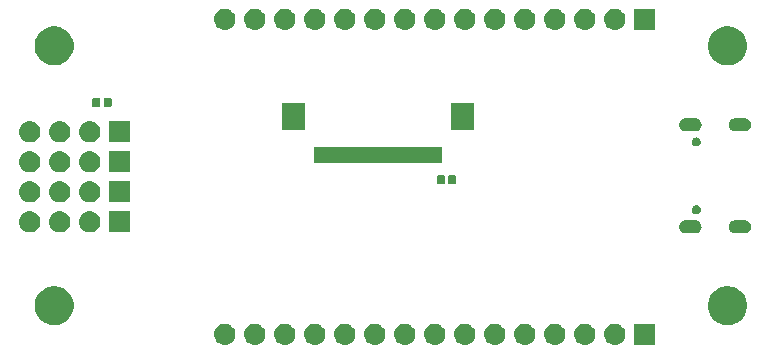
<source format=gbr>
G04 #@! TF.GenerationSoftware,KiCad,Pcbnew,(5.0.2)-1*
G04 #@! TF.CreationDate,2021-02-22T21:52:25+09:00*
G04 #@! TF.ProjectId,ESP32_LED,45535033-325f-44c4-9544-2e6b69636164,rev?*
G04 #@! TF.SameCoordinates,Original*
G04 #@! TF.FileFunction,Soldermask,Bot*
G04 #@! TF.FilePolarity,Negative*
%FSLAX46Y46*%
G04 Gerber Fmt 4.6, Leading zero omitted, Abs format (unit mm)*
G04 Created by KiCad (PCBNEW (5.0.2)-1) date 2021/02/22 21:52:25*
%MOMM*%
%LPD*%
G01*
G04 APERTURE LIST*
%ADD10C,0.100000*%
G04 APERTURE END LIST*
D10*
G36*
X163940442Y-97530518D02*
X164006627Y-97537037D01*
X164119853Y-97571384D01*
X164176467Y-97588557D01*
X164293288Y-97651000D01*
X164332991Y-97672222D01*
X164368729Y-97701552D01*
X164470186Y-97784814D01*
X164553448Y-97886271D01*
X164582778Y-97922009D01*
X164582779Y-97922011D01*
X164666443Y-98078533D01*
X164666443Y-98078534D01*
X164717963Y-98248373D01*
X164735359Y-98425000D01*
X164717963Y-98601627D01*
X164683616Y-98714853D01*
X164666443Y-98771467D01*
X164592348Y-98910087D01*
X164582778Y-98927991D01*
X164553448Y-98963729D01*
X164470186Y-99065186D01*
X164368729Y-99148448D01*
X164332991Y-99177778D01*
X164332989Y-99177779D01*
X164176467Y-99261443D01*
X164119853Y-99278616D01*
X164006627Y-99312963D01*
X163940442Y-99319482D01*
X163874260Y-99326000D01*
X163785740Y-99326000D01*
X163719557Y-99319481D01*
X163653373Y-99312963D01*
X163540147Y-99278616D01*
X163483533Y-99261443D01*
X163327011Y-99177779D01*
X163327009Y-99177778D01*
X163291271Y-99148448D01*
X163189814Y-99065186D01*
X163106552Y-98963729D01*
X163077222Y-98927991D01*
X163067652Y-98910087D01*
X162993557Y-98771467D01*
X162976384Y-98714853D01*
X162942037Y-98601627D01*
X162924641Y-98425000D01*
X162942037Y-98248373D01*
X162993557Y-98078534D01*
X162993557Y-98078533D01*
X163077221Y-97922011D01*
X163077222Y-97922009D01*
X163106552Y-97886271D01*
X163189814Y-97784814D01*
X163291271Y-97701552D01*
X163327009Y-97672222D01*
X163366712Y-97651000D01*
X163483533Y-97588557D01*
X163540147Y-97571384D01*
X163653373Y-97537037D01*
X163719558Y-97530518D01*
X163785740Y-97524000D01*
X163874260Y-97524000D01*
X163940442Y-97530518D01*
X163940442Y-97530518D01*
G37*
G36*
X174891000Y-99326000D02*
X173089000Y-99326000D01*
X173089000Y-97524000D01*
X174891000Y-97524000D01*
X174891000Y-99326000D01*
X174891000Y-99326000D01*
G37*
G36*
X171560442Y-97530518D02*
X171626627Y-97537037D01*
X171739853Y-97571384D01*
X171796467Y-97588557D01*
X171913288Y-97651000D01*
X171952991Y-97672222D01*
X171988729Y-97701552D01*
X172090186Y-97784814D01*
X172173448Y-97886271D01*
X172202778Y-97922009D01*
X172202779Y-97922011D01*
X172286443Y-98078533D01*
X172286443Y-98078534D01*
X172337963Y-98248373D01*
X172355359Y-98425000D01*
X172337963Y-98601627D01*
X172303616Y-98714853D01*
X172286443Y-98771467D01*
X172212348Y-98910087D01*
X172202778Y-98927991D01*
X172173448Y-98963729D01*
X172090186Y-99065186D01*
X171988729Y-99148448D01*
X171952991Y-99177778D01*
X171952989Y-99177779D01*
X171796467Y-99261443D01*
X171739853Y-99278616D01*
X171626627Y-99312963D01*
X171560442Y-99319482D01*
X171494260Y-99326000D01*
X171405740Y-99326000D01*
X171339557Y-99319481D01*
X171273373Y-99312963D01*
X171160147Y-99278616D01*
X171103533Y-99261443D01*
X170947011Y-99177779D01*
X170947009Y-99177778D01*
X170911271Y-99148448D01*
X170809814Y-99065186D01*
X170726552Y-98963729D01*
X170697222Y-98927991D01*
X170687652Y-98910087D01*
X170613557Y-98771467D01*
X170596384Y-98714853D01*
X170562037Y-98601627D01*
X170544641Y-98425000D01*
X170562037Y-98248373D01*
X170613557Y-98078534D01*
X170613557Y-98078533D01*
X170697221Y-97922011D01*
X170697222Y-97922009D01*
X170726552Y-97886271D01*
X170809814Y-97784814D01*
X170911271Y-97701552D01*
X170947009Y-97672222D01*
X170986712Y-97651000D01*
X171103533Y-97588557D01*
X171160147Y-97571384D01*
X171273373Y-97537037D01*
X171339558Y-97530518D01*
X171405740Y-97524000D01*
X171494260Y-97524000D01*
X171560442Y-97530518D01*
X171560442Y-97530518D01*
G37*
G36*
X169020442Y-97530518D02*
X169086627Y-97537037D01*
X169199853Y-97571384D01*
X169256467Y-97588557D01*
X169373288Y-97651000D01*
X169412991Y-97672222D01*
X169448729Y-97701552D01*
X169550186Y-97784814D01*
X169633448Y-97886271D01*
X169662778Y-97922009D01*
X169662779Y-97922011D01*
X169746443Y-98078533D01*
X169746443Y-98078534D01*
X169797963Y-98248373D01*
X169815359Y-98425000D01*
X169797963Y-98601627D01*
X169763616Y-98714853D01*
X169746443Y-98771467D01*
X169672348Y-98910087D01*
X169662778Y-98927991D01*
X169633448Y-98963729D01*
X169550186Y-99065186D01*
X169448729Y-99148448D01*
X169412991Y-99177778D01*
X169412989Y-99177779D01*
X169256467Y-99261443D01*
X169199853Y-99278616D01*
X169086627Y-99312963D01*
X169020442Y-99319482D01*
X168954260Y-99326000D01*
X168865740Y-99326000D01*
X168799557Y-99319481D01*
X168733373Y-99312963D01*
X168620147Y-99278616D01*
X168563533Y-99261443D01*
X168407011Y-99177779D01*
X168407009Y-99177778D01*
X168371271Y-99148448D01*
X168269814Y-99065186D01*
X168186552Y-98963729D01*
X168157222Y-98927991D01*
X168147652Y-98910087D01*
X168073557Y-98771467D01*
X168056384Y-98714853D01*
X168022037Y-98601627D01*
X168004641Y-98425000D01*
X168022037Y-98248373D01*
X168073557Y-98078534D01*
X168073557Y-98078533D01*
X168157221Y-97922011D01*
X168157222Y-97922009D01*
X168186552Y-97886271D01*
X168269814Y-97784814D01*
X168371271Y-97701552D01*
X168407009Y-97672222D01*
X168446712Y-97651000D01*
X168563533Y-97588557D01*
X168620147Y-97571384D01*
X168733373Y-97537037D01*
X168799558Y-97530518D01*
X168865740Y-97524000D01*
X168954260Y-97524000D01*
X169020442Y-97530518D01*
X169020442Y-97530518D01*
G37*
G36*
X166480442Y-97530518D02*
X166546627Y-97537037D01*
X166659853Y-97571384D01*
X166716467Y-97588557D01*
X166833288Y-97651000D01*
X166872991Y-97672222D01*
X166908729Y-97701552D01*
X167010186Y-97784814D01*
X167093448Y-97886271D01*
X167122778Y-97922009D01*
X167122779Y-97922011D01*
X167206443Y-98078533D01*
X167206443Y-98078534D01*
X167257963Y-98248373D01*
X167275359Y-98425000D01*
X167257963Y-98601627D01*
X167223616Y-98714853D01*
X167206443Y-98771467D01*
X167132348Y-98910087D01*
X167122778Y-98927991D01*
X167093448Y-98963729D01*
X167010186Y-99065186D01*
X166908729Y-99148448D01*
X166872991Y-99177778D01*
X166872989Y-99177779D01*
X166716467Y-99261443D01*
X166659853Y-99278616D01*
X166546627Y-99312963D01*
X166480442Y-99319482D01*
X166414260Y-99326000D01*
X166325740Y-99326000D01*
X166259557Y-99319481D01*
X166193373Y-99312963D01*
X166080147Y-99278616D01*
X166023533Y-99261443D01*
X165867011Y-99177779D01*
X165867009Y-99177778D01*
X165831271Y-99148448D01*
X165729814Y-99065186D01*
X165646552Y-98963729D01*
X165617222Y-98927991D01*
X165607652Y-98910087D01*
X165533557Y-98771467D01*
X165516384Y-98714853D01*
X165482037Y-98601627D01*
X165464641Y-98425000D01*
X165482037Y-98248373D01*
X165533557Y-98078534D01*
X165533557Y-98078533D01*
X165617221Y-97922011D01*
X165617222Y-97922009D01*
X165646552Y-97886271D01*
X165729814Y-97784814D01*
X165831271Y-97701552D01*
X165867009Y-97672222D01*
X165906712Y-97651000D01*
X166023533Y-97588557D01*
X166080147Y-97571384D01*
X166193373Y-97537037D01*
X166259558Y-97530518D01*
X166325740Y-97524000D01*
X166414260Y-97524000D01*
X166480442Y-97530518D01*
X166480442Y-97530518D01*
G37*
G36*
X138540442Y-97530518D02*
X138606627Y-97537037D01*
X138719853Y-97571384D01*
X138776467Y-97588557D01*
X138893288Y-97651000D01*
X138932991Y-97672222D01*
X138968729Y-97701552D01*
X139070186Y-97784814D01*
X139153448Y-97886271D01*
X139182778Y-97922009D01*
X139182779Y-97922011D01*
X139266443Y-98078533D01*
X139266443Y-98078534D01*
X139317963Y-98248373D01*
X139335359Y-98425000D01*
X139317963Y-98601627D01*
X139283616Y-98714853D01*
X139266443Y-98771467D01*
X139192348Y-98910087D01*
X139182778Y-98927991D01*
X139153448Y-98963729D01*
X139070186Y-99065186D01*
X138968729Y-99148448D01*
X138932991Y-99177778D01*
X138932989Y-99177779D01*
X138776467Y-99261443D01*
X138719853Y-99278616D01*
X138606627Y-99312963D01*
X138540442Y-99319482D01*
X138474260Y-99326000D01*
X138385740Y-99326000D01*
X138319557Y-99319481D01*
X138253373Y-99312963D01*
X138140147Y-99278616D01*
X138083533Y-99261443D01*
X137927011Y-99177779D01*
X137927009Y-99177778D01*
X137891271Y-99148448D01*
X137789814Y-99065186D01*
X137706552Y-98963729D01*
X137677222Y-98927991D01*
X137667652Y-98910087D01*
X137593557Y-98771467D01*
X137576384Y-98714853D01*
X137542037Y-98601627D01*
X137524641Y-98425000D01*
X137542037Y-98248373D01*
X137593557Y-98078534D01*
X137593557Y-98078533D01*
X137677221Y-97922011D01*
X137677222Y-97922009D01*
X137706552Y-97886271D01*
X137789814Y-97784814D01*
X137891271Y-97701552D01*
X137927009Y-97672222D01*
X137966712Y-97651000D01*
X138083533Y-97588557D01*
X138140147Y-97571384D01*
X138253373Y-97537037D01*
X138319558Y-97530518D01*
X138385740Y-97524000D01*
X138474260Y-97524000D01*
X138540442Y-97530518D01*
X138540442Y-97530518D01*
G37*
G36*
X141080442Y-97530518D02*
X141146627Y-97537037D01*
X141259853Y-97571384D01*
X141316467Y-97588557D01*
X141433288Y-97651000D01*
X141472991Y-97672222D01*
X141508729Y-97701552D01*
X141610186Y-97784814D01*
X141693448Y-97886271D01*
X141722778Y-97922009D01*
X141722779Y-97922011D01*
X141806443Y-98078533D01*
X141806443Y-98078534D01*
X141857963Y-98248373D01*
X141875359Y-98425000D01*
X141857963Y-98601627D01*
X141823616Y-98714853D01*
X141806443Y-98771467D01*
X141732348Y-98910087D01*
X141722778Y-98927991D01*
X141693448Y-98963729D01*
X141610186Y-99065186D01*
X141508729Y-99148448D01*
X141472991Y-99177778D01*
X141472989Y-99177779D01*
X141316467Y-99261443D01*
X141259853Y-99278616D01*
X141146627Y-99312963D01*
X141080442Y-99319482D01*
X141014260Y-99326000D01*
X140925740Y-99326000D01*
X140859557Y-99319481D01*
X140793373Y-99312963D01*
X140680147Y-99278616D01*
X140623533Y-99261443D01*
X140467011Y-99177779D01*
X140467009Y-99177778D01*
X140431271Y-99148448D01*
X140329814Y-99065186D01*
X140246552Y-98963729D01*
X140217222Y-98927991D01*
X140207652Y-98910087D01*
X140133557Y-98771467D01*
X140116384Y-98714853D01*
X140082037Y-98601627D01*
X140064641Y-98425000D01*
X140082037Y-98248373D01*
X140133557Y-98078534D01*
X140133557Y-98078533D01*
X140217221Y-97922011D01*
X140217222Y-97922009D01*
X140246552Y-97886271D01*
X140329814Y-97784814D01*
X140431271Y-97701552D01*
X140467009Y-97672222D01*
X140506712Y-97651000D01*
X140623533Y-97588557D01*
X140680147Y-97571384D01*
X140793373Y-97537037D01*
X140859558Y-97530518D01*
X140925740Y-97524000D01*
X141014260Y-97524000D01*
X141080442Y-97530518D01*
X141080442Y-97530518D01*
G37*
G36*
X143620442Y-97530518D02*
X143686627Y-97537037D01*
X143799853Y-97571384D01*
X143856467Y-97588557D01*
X143973288Y-97651000D01*
X144012991Y-97672222D01*
X144048729Y-97701552D01*
X144150186Y-97784814D01*
X144233448Y-97886271D01*
X144262778Y-97922009D01*
X144262779Y-97922011D01*
X144346443Y-98078533D01*
X144346443Y-98078534D01*
X144397963Y-98248373D01*
X144415359Y-98425000D01*
X144397963Y-98601627D01*
X144363616Y-98714853D01*
X144346443Y-98771467D01*
X144272348Y-98910087D01*
X144262778Y-98927991D01*
X144233448Y-98963729D01*
X144150186Y-99065186D01*
X144048729Y-99148448D01*
X144012991Y-99177778D01*
X144012989Y-99177779D01*
X143856467Y-99261443D01*
X143799853Y-99278616D01*
X143686627Y-99312963D01*
X143620442Y-99319482D01*
X143554260Y-99326000D01*
X143465740Y-99326000D01*
X143399557Y-99319481D01*
X143333373Y-99312963D01*
X143220147Y-99278616D01*
X143163533Y-99261443D01*
X143007011Y-99177779D01*
X143007009Y-99177778D01*
X142971271Y-99148448D01*
X142869814Y-99065186D01*
X142786552Y-98963729D01*
X142757222Y-98927991D01*
X142747652Y-98910087D01*
X142673557Y-98771467D01*
X142656384Y-98714853D01*
X142622037Y-98601627D01*
X142604641Y-98425000D01*
X142622037Y-98248373D01*
X142673557Y-98078534D01*
X142673557Y-98078533D01*
X142757221Y-97922011D01*
X142757222Y-97922009D01*
X142786552Y-97886271D01*
X142869814Y-97784814D01*
X142971271Y-97701552D01*
X143007009Y-97672222D01*
X143046712Y-97651000D01*
X143163533Y-97588557D01*
X143220147Y-97571384D01*
X143333373Y-97537037D01*
X143399558Y-97530518D01*
X143465740Y-97524000D01*
X143554260Y-97524000D01*
X143620442Y-97530518D01*
X143620442Y-97530518D01*
G37*
G36*
X148700442Y-97530518D02*
X148766627Y-97537037D01*
X148879853Y-97571384D01*
X148936467Y-97588557D01*
X149053288Y-97651000D01*
X149092991Y-97672222D01*
X149128729Y-97701552D01*
X149230186Y-97784814D01*
X149313448Y-97886271D01*
X149342778Y-97922009D01*
X149342779Y-97922011D01*
X149426443Y-98078533D01*
X149426443Y-98078534D01*
X149477963Y-98248373D01*
X149495359Y-98425000D01*
X149477963Y-98601627D01*
X149443616Y-98714853D01*
X149426443Y-98771467D01*
X149352348Y-98910087D01*
X149342778Y-98927991D01*
X149313448Y-98963729D01*
X149230186Y-99065186D01*
X149128729Y-99148448D01*
X149092991Y-99177778D01*
X149092989Y-99177779D01*
X148936467Y-99261443D01*
X148879853Y-99278616D01*
X148766627Y-99312963D01*
X148700442Y-99319482D01*
X148634260Y-99326000D01*
X148545740Y-99326000D01*
X148479557Y-99319481D01*
X148413373Y-99312963D01*
X148300147Y-99278616D01*
X148243533Y-99261443D01*
X148087011Y-99177779D01*
X148087009Y-99177778D01*
X148051271Y-99148448D01*
X147949814Y-99065186D01*
X147866552Y-98963729D01*
X147837222Y-98927991D01*
X147827652Y-98910087D01*
X147753557Y-98771467D01*
X147736384Y-98714853D01*
X147702037Y-98601627D01*
X147684641Y-98425000D01*
X147702037Y-98248373D01*
X147753557Y-98078534D01*
X147753557Y-98078533D01*
X147837221Y-97922011D01*
X147837222Y-97922009D01*
X147866552Y-97886271D01*
X147949814Y-97784814D01*
X148051271Y-97701552D01*
X148087009Y-97672222D01*
X148126712Y-97651000D01*
X148243533Y-97588557D01*
X148300147Y-97571384D01*
X148413373Y-97537037D01*
X148479558Y-97530518D01*
X148545740Y-97524000D01*
X148634260Y-97524000D01*
X148700442Y-97530518D01*
X148700442Y-97530518D01*
G37*
G36*
X151240442Y-97530518D02*
X151306627Y-97537037D01*
X151419853Y-97571384D01*
X151476467Y-97588557D01*
X151593288Y-97651000D01*
X151632991Y-97672222D01*
X151668729Y-97701552D01*
X151770186Y-97784814D01*
X151853448Y-97886271D01*
X151882778Y-97922009D01*
X151882779Y-97922011D01*
X151966443Y-98078533D01*
X151966443Y-98078534D01*
X152017963Y-98248373D01*
X152035359Y-98425000D01*
X152017963Y-98601627D01*
X151983616Y-98714853D01*
X151966443Y-98771467D01*
X151892348Y-98910087D01*
X151882778Y-98927991D01*
X151853448Y-98963729D01*
X151770186Y-99065186D01*
X151668729Y-99148448D01*
X151632991Y-99177778D01*
X151632989Y-99177779D01*
X151476467Y-99261443D01*
X151419853Y-99278616D01*
X151306627Y-99312963D01*
X151240442Y-99319482D01*
X151174260Y-99326000D01*
X151085740Y-99326000D01*
X151019557Y-99319481D01*
X150953373Y-99312963D01*
X150840147Y-99278616D01*
X150783533Y-99261443D01*
X150627011Y-99177779D01*
X150627009Y-99177778D01*
X150591271Y-99148448D01*
X150489814Y-99065186D01*
X150406552Y-98963729D01*
X150377222Y-98927991D01*
X150367652Y-98910087D01*
X150293557Y-98771467D01*
X150276384Y-98714853D01*
X150242037Y-98601627D01*
X150224641Y-98425000D01*
X150242037Y-98248373D01*
X150293557Y-98078534D01*
X150293557Y-98078533D01*
X150377221Y-97922011D01*
X150377222Y-97922009D01*
X150406552Y-97886271D01*
X150489814Y-97784814D01*
X150591271Y-97701552D01*
X150627009Y-97672222D01*
X150666712Y-97651000D01*
X150783533Y-97588557D01*
X150840147Y-97571384D01*
X150953373Y-97537037D01*
X151019558Y-97530518D01*
X151085740Y-97524000D01*
X151174260Y-97524000D01*
X151240442Y-97530518D01*
X151240442Y-97530518D01*
G37*
G36*
X153780442Y-97530518D02*
X153846627Y-97537037D01*
X153959853Y-97571384D01*
X154016467Y-97588557D01*
X154133288Y-97651000D01*
X154172991Y-97672222D01*
X154208729Y-97701552D01*
X154310186Y-97784814D01*
X154393448Y-97886271D01*
X154422778Y-97922009D01*
X154422779Y-97922011D01*
X154506443Y-98078533D01*
X154506443Y-98078534D01*
X154557963Y-98248373D01*
X154575359Y-98425000D01*
X154557963Y-98601627D01*
X154523616Y-98714853D01*
X154506443Y-98771467D01*
X154432348Y-98910087D01*
X154422778Y-98927991D01*
X154393448Y-98963729D01*
X154310186Y-99065186D01*
X154208729Y-99148448D01*
X154172991Y-99177778D01*
X154172989Y-99177779D01*
X154016467Y-99261443D01*
X153959853Y-99278616D01*
X153846627Y-99312963D01*
X153780442Y-99319482D01*
X153714260Y-99326000D01*
X153625740Y-99326000D01*
X153559557Y-99319481D01*
X153493373Y-99312963D01*
X153380147Y-99278616D01*
X153323533Y-99261443D01*
X153167011Y-99177779D01*
X153167009Y-99177778D01*
X153131271Y-99148448D01*
X153029814Y-99065186D01*
X152946552Y-98963729D01*
X152917222Y-98927991D01*
X152907652Y-98910087D01*
X152833557Y-98771467D01*
X152816384Y-98714853D01*
X152782037Y-98601627D01*
X152764641Y-98425000D01*
X152782037Y-98248373D01*
X152833557Y-98078534D01*
X152833557Y-98078533D01*
X152917221Y-97922011D01*
X152917222Y-97922009D01*
X152946552Y-97886271D01*
X153029814Y-97784814D01*
X153131271Y-97701552D01*
X153167009Y-97672222D01*
X153206712Y-97651000D01*
X153323533Y-97588557D01*
X153380147Y-97571384D01*
X153493373Y-97537037D01*
X153559558Y-97530518D01*
X153625740Y-97524000D01*
X153714260Y-97524000D01*
X153780442Y-97530518D01*
X153780442Y-97530518D01*
G37*
G36*
X156320442Y-97530518D02*
X156386627Y-97537037D01*
X156499853Y-97571384D01*
X156556467Y-97588557D01*
X156673288Y-97651000D01*
X156712991Y-97672222D01*
X156748729Y-97701552D01*
X156850186Y-97784814D01*
X156933448Y-97886271D01*
X156962778Y-97922009D01*
X156962779Y-97922011D01*
X157046443Y-98078533D01*
X157046443Y-98078534D01*
X157097963Y-98248373D01*
X157115359Y-98425000D01*
X157097963Y-98601627D01*
X157063616Y-98714853D01*
X157046443Y-98771467D01*
X156972348Y-98910087D01*
X156962778Y-98927991D01*
X156933448Y-98963729D01*
X156850186Y-99065186D01*
X156748729Y-99148448D01*
X156712991Y-99177778D01*
X156712989Y-99177779D01*
X156556467Y-99261443D01*
X156499853Y-99278616D01*
X156386627Y-99312963D01*
X156320442Y-99319482D01*
X156254260Y-99326000D01*
X156165740Y-99326000D01*
X156099557Y-99319481D01*
X156033373Y-99312963D01*
X155920147Y-99278616D01*
X155863533Y-99261443D01*
X155707011Y-99177779D01*
X155707009Y-99177778D01*
X155671271Y-99148448D01*
X155569814Y-99065186D01*
X155486552Y-98963729D01*
X155457222Y-98927991D01*
X155447652Y-98910087D01*
X155373557Y-98771467D01*
X155356384Y-98714853D01*
X155322037Y-98601627D01*
X155304641Y-98425000D01*
X155322037Y-98248373D01*
X155373557Y-98078534D01*
X155373557Y-98078533D01*
X155457221Y-97922011D01*
X155457222Y-97922009D01*
X155486552Y-97886271D01*
X155569814Y-97784814D01*
X155671271Y-97701552D01*
X155707009Y-97672222D01*
X155746712Y-97651000D01*
X155863533Y-97588557D01*
X155920147Y-97571384D01*
X156033373Y-97537037D01*
X156099558Y-97530518D01*
X156165740Y-97524000D01*
X156254260Y-97524000D01*
X156320442Y-97530518D01*
X156320442Y-97530518D01*
G37*
G36*
X158860442Y-97530518D02*
X158926627Y-97537037D01*
X159039853Y-97571384D01*
X159096467Y-97588557D01*
X159213288Y-97651000D01*
X159252991Y-97672222D01*
X159288729Y-97701552D01*
X159390186Y-97784814D01*
X159473448Y-97886271D01*
X159502778Y-97922009D01*
X159502779Y-97922011D01*
X159586443Y-98078533D01*
X159586443Y-98078534D01*
X159637963Y-98248373D01*
X159655359Y-98425000D01*
X159637963Y-98601627D01*
X159603616Y-98714853D01*
X159586443Y-98771467D01*
X159512348Y-98910087D01*
X159502778Y-98927991D01*
X159473448Y-98963729D01*
X159390186Y-99065186D01*
X159288729Y-99148448D01*
X159252991Y-99177778D01*
X159252989Y-99177779D01*
X159096467Y-99261443D01*
X159039853Y-99278616D01*
X158926627Y-99312963D01*
X158860442Y-99319482D01*
X158794260Y-99326000D01*
X158705740Y-99326000D01*
X158639557Y-99319481D01*
X158573373Y-99312963D01*
X158460147Y-99278616D01*
X158403533Y-99261443D01*
X158247011Y-99177779D01*
X158247009Y-99177778D01*
X158211271Y-99148448D01*
X158109814Y-99065186D01*
X158026552Y-98963729D01*
X157997222Y-98927991D01*
X157987652Y-98910087D01*
X157913557Y-98771467D01*
X157896384Y-98714853D01*
X157862037Y-98601627D01*
X157844641Y-98425000D01*
X157862037Y-98248373D01*
X157913557Y-98078534D01*
X157913557Y-98078533D01*
X157997221Y-97922011D01*
X157997222Y-97922009D01*
X158026552Y-97886271D01*
X158109814Y-97784814D01*
X158211271Y-97701552D01*
X158247009Y-97672222D01*
X158286712Y-97651000D01*
X158403533Y-97588557D01*
X158460147Y-97571384D01*
X158573373Y-97537037D01*
X158639558Y-97530518D01*
X158705740Y-97524000D01*
X158794260Y-97524000D01*
X158860442Y-97530518D01*
X158860442Y-97530518D01*
G37*
G36*
X161400442Y-97530518D02*
X161466627Y-97537037D01*
X161579853Y-97571384D01*
X161636467Y-97588557D01*
X161753288Y-97651000D01*
X161792991Y-97672222D01*
X161828729Y-97701552D01*
X161930186Y-97784814D01*
X162013448Y-97886271D01*
X162042778Y-97922009D01*
X162042779Y-97922011D01*
X162126443Y-98078533D01*
X162126443Y-98078534D01*
X162177963Y-98248373D01*
X162195359Y-98425000D01*
X162177963Y-98601627D01*
X162143616Y-98714853D01*
X162126443Y-98771467D01*
X162052348Y-98910087D01*
X162042778Y-98927991D01*
X162013448Y-98963729D01*
X161930186Y-99065186D01*
X161828729Y-99148448D01*
X161792991Y-99177778D01*
X161792989Y-99177779D01*
X161636467Y-99261443D01*
X161579853Y-99278616D01*
X161466627Y-99312963D01*
X161400442Y-99319482D01*
X161334260Y-99326000D01*
X161245740Y-99326000D01*
X161179557Y-99319481D01*
X161113373Y-99312963D01*
X161000147Y-99278616D01*
X160943533Y-99261443D01*
X160787011Y-99177779D01*
X160787009Y-99177778D01*
X160751271Y-99148448D01*
X160649814Y-99065186D01*
X160566552Y-98963729D01*
X160537222Y-98927991D01*
X160527652Y-98910087D01*
X160453557Y-98771467D01*
X160436384Y-98714853D01*
X160402037Y-98601627D01*
X160384641Y-98425000D01*
X160402037Y-98248373D01*
X160453557Y-98078534D01*
X160453557Y-98078533D01*
X160537221Y-97922011D01*
X160537222Y-97922009D01*
X160566552Y-97886271D01*
X160649814Y-97784814D01*
X160751271Y-97701552D01*
X160787009Y-97672222D01*
X160826712Y-97651000D01*
X160943533Y-97588557D01*
X161000147Y-97571384D01*
X161113373Y-97537037D01*
X161179558Y-97530518D01*
X161245740Y-97524000D01*
X161334260Y-97524000D01*
X161400442Y-97530518D01*
X161400442Y-97530518D01*
G37*
G36*
X146160442Y-97530518D02*
X146226627Y-97537037D01*
X146339853Y-97571384D01*
X146396467Y-97588557D01*
X146513288Y-97651000D01*
X146552991Y-97672222D01*
X146588729Y-97701552D01*
X146690186Y-97784814D01*
X146773448Y-97886271D01*
X146802778Y-97922009D01*
X146802779Y-97922011D01*
X146886443Y-98078533D01*
X146886443Y-98078534D01*
X146937963Y-98248373D01*
X146955359Y-98425000D01*
X146937963Y-98601627D01*
X146903616Y-98714853D01*
X146886443Y-98771467D01*
X146812348Y-98910087D01*
X146802778Y-98927991D01*
X146773448Y-98963729D01*
X146690186Y-99065186D01*
X146588729Y-99148448D01*
X146552991Y-99177778D01*
X146552989Y-99177779D01*
X146396467Y-99261443D01*
X146339853Y-99278616D01*
X146226627Y-99312963D01*
X146160442Y-99319482D01*
X146094260Y-99326000D01*
X146005740Y-99326000D01*
X145939557Y-99319481D01*
X145873373Y-99312963D01*
X145760147Y-99278616D01*
X145703533Y-99261443D01*
X145547011Y-99177779D01*
X145547009Y-99177778D01*
X145511271Y-99148448D01*
X145409814Y-99065186D01*
X145326552Y-98963729D01*
X145297222Y-98927991D01*
X145287652Y-98910087D01*
X145213557Y-98771467D01*
X145196384Y-98714853D01*
X145162037Y-98601627D01*
X145144641Y-98425000D01*
X145162037Y-98248373D01*
X145213557Y-98078534D01*
X145213557Y-98078533D01*
X145297221Y-97922011D01*
X145297222Y-97922009D01*
X145326552Y-97886271D01*
X145409814Y-97784814D01*
X145511271Y-97701552D01*
X145547009Y-97672222D01*
X145586712Y-97651000D01*
X145703533Y-97588557D01*
X145760147Y-97571384D01*
X145873373Y-97537037D01*
X145939558Y-97530518D01*
X146005740Y-97524000D01*
X146094260Y-97524000D01*
X146160442Y-97530518D01*
X146160442Y-97530518D01*
G37*
G36*
X124375256Y-94391298D02*
X124481579Y-94412447D01*
X124782042Y-94536903D01*
X125048852Y-94715180D01*
X125052454Y-94717587D01*
X125282413Y-94947546D01*
X125463098Y-95217960D01*
X125587553Y-95518422D01*
X125651000Y-95837389D01*
X125651000Y-96162611D01*
X125587553Y-96481578D01*
X125463098Y-96782040D01*
X125282413Y-97052454D01*
X125052454Y-97282413D01*
X125052451Y-97282415D01*
X124782042Y-97463097D01*
X124481579Y-97587553D01*
X124375256Y-97608702D01*
X124162611Y-97651000D01*
X123837389Y-97651000D01*
X123624744Y-97608702D01*
X123518421Y-97587553D01*
X123217958Y-97463097D01*
X122947549Y-97282415D01*
X122947546Y-97282413D01*
X122717587Y-97052454D01*
X122536902Y-96782040D01*
X122412447Y-96481578D01*
X122349000Y-96162611D01*
X122349000Y-95837389D01*
X122412447Y-95518422D01*
X122536902Y-95217960D01*
X122717587Y-94947546D01*
X122947546Y-94717587D01*
X122951148Y-94715180D01*
X123217958Y-94536903D01*
X123518421Y-94412447D01*
X123624744Y-94391298D01*
X123837389Y-94349000D01*
X124162611Y-94349000D01*
X124375256Y-94391298D01*
X124375256Y-94391298D01*
G37*
G36*
X181375256Y-94391298D02*
X181481579Y-94412447D01*
X181782042Y-94536903D01*
X182048852Y-94715180D01*
X182052454Y-94717587D01*
X182282413Y-94947546D01*
X182463098Y-95217960D01*
X182587553Y-95518422D01*
X182651000Y-95837389D01*
X182651000Y-96162611D01*
X182587553Y-96481578D01*
X182463098Y-96782040D01*
X182282413Y-97052454D01*
X182052454Y-97282413D01*
X182052451Y-97282415D01*
X181782042Y-97463097D01*
X181481579Y-97587553D01*
X181375256Y-97608702D01*
X181162611Y-97651000D01*
X180837389Y-97651000D01*
X180624744Y-97608702D01*
X180518421Y-97587553D01*
X180217958Y-97463097D01*
X179947549Y-97282415D01*
X179947546Y-97282413D01*
X179717587Y-97052454D01*
X179536902Y-96782040D01*
X179412447Y-96481578D01*
X179349000Y-96162611D01*
X179349000Y-95837389D01*
X179412447Y-95518422D01*
X179536902Y-95217960D01*
X179717587Y-94947546D01*
X179947546Y-94717587D01*
X179951148Y-94715180D01*
X180217958Y-94536903D01*
X180518421Y-94412447D01*
X180624744Y-94391298D01*
X180837389Y-94349000D01*
X181162611Y-94349000D01*
X181375256Y-94391298D01*
X181375256Y-94391298D01*
G37*
G36*
X178365015Y-88776973D02*
X178468879Y-88808479D01*
X178564600Y-88859644D01*
X178648501Y-88928499D01*
X178717356Y-89012400D01*
X178768521Y-89108121D01*
X178800027Y-89211985D01*
X178810666Y-89320000D01*
X178800027Y-89428015D01*
X178768521Y-89531879D01*
X178717356Y-89627600D01*
X178648501Y-89711501D01*
X178564600Y-89780356D01*
X178468879Y-89831521D01*
X178365015Y-89863027D01*
X178284067Y-89871000D01*
X177429933Y-89871000D01*
X177348985Y-89863027D01*
X177245121Y-89831521D01*
X177149400Y-89780356D01*
X177065499Y-89711501D01*
X176996644Y-89627600D01*
X176945479Y-89531879D01*
X176913973Y-89428015D01*
X176903334Y-89320000D01*
X176913973Y-89211985D01*
X176945479Y-89108121D01*
X176996644Y-89012400D01*
X177065499Y-88928499D01*
X177149400Y-88859644D01*
X177245121Y-88808479D01*
X177348985Y-88776973D01*
X177429933Y-88769000D01*
X178284067Y-88769000D01*
X178365015Y-88776973D01*
X178365015Y-88776973D01*
G37*
G36*
X182555015Y-88776973D02*
X182658879Y-88808479D01*
X182754600Y-88859644D01*
X182838501Y-88928499D01*
X182907356Y-89012400D01*
X182958521Y-89108121D01*
X182990027Y-89211985D01*
X183000666Y-89320000D01*
X182990027Y-89428015D01*
X182958521Y-89531879D01*
X182907356Y-89627600D01*
X182838501Y-89711501D01*
X182754600Y-89780356D01*
X182658879Y-89831521D01*
X182555015Y-89863027D01*
X182474067Y-89871000D01*
X181619933Y-89871000D01*
X181538985Y-89863027D01*
X181435121Y-89831521D01*
X181339400Y-89780356D01*
X181255499Y-89711501D01*
X181186644Y-89627600D01*
X181135479Y-89531879D01*
X181103973Y-89428015D01*
X181093334Y-89320000D01*
X181103973Y-89211985D01*
X181135479Y-89108121D01*
X181186644Y-89012400D01*
X181255499Y-88928499D01*
X181339400Y-88859644D01*
X181435121Y-88808479D01*
X181538985Y-88776973D01*
X181619933Y-88769000D01*
X182474067Y-88769000D01*
X182555015Y-88776973D01*
X182555015Y-88776973D01*
G37*
G36*
X124570443Y-88005519D02*
X124636627Y-88012037D01*
X124749853Y-88046384D01*
X124806467Y-88063557D01*
X124902121Y-88114686D01*
X124962991Y-88147222D01*
X124987161Y-88167058D01*
X125100186Y-88259814D01*
X125183448Y-88361271D01*
X125212778Y-88397009D01*
X125212779Y-88397011D01*
X125296443Y-88553533D01*
X125296443Y-88553534D01*
X125347963Y-88723373D01*
X125365359Y-88900000D01*
X125347963Y-89076627D01*
X125338409Y-89108121D01*
X125296443Y-89246467D01*
X125257138Y-89320000D01*
X125212778Y-89402991D01*
X125192243Y-89428013D01*
X125100186Y-89540186D01*
X124998729Y-89623448D01*
X124962991Y-89652778D01*
X124962989Y-89652779D01*
X124806467Y-89736443D01*
X124749853Y-89753616D01*
X124636627Y-89787963D01*
X124570443Y-89794481D01*
X124504260Y-89801000D01*
X124415740Y-89801000D01*
X124349557Y-89794481D01*
X124283373Y-89787963D01*
X124170147Y-89753616D01*
X124113533Y-89736443D01*
X123957011Y-89652779D01*
X123957009Y-89652778D01*
X123921271Y-89623448D01*
X123819814Y-89540186D01*
X123727757Y-89428013D01*
X123707222Y-89402991D01*
X123662862Y-89320000D01*
X123623557Y-89246467D01*
X123581591Y-89108121D01*
X123572037Y-89076627D01*
X123554641Y-88900000D01*
X123572037Y-88723373D01*
X123623557Y-88553534D01*
X123623557Y-88553533D01*
X123707221Y-88397011D01*
X123707222Y-88397009D01*
X123736552Y-88361271D01*
X123819814Y-88259814D01*
X123932839Y-88167058D01*
X123957009Y-88147222D01*
X124017879Y-88114686D01*
X124113533Y-88063557D01*
X124170147Y-88046384D01*
X124283373Y-88012037D01*
X124349557Y-88005519D01*
X124415740Y-87999000D01*
X124504260Y-87999000D01*
X124570443Y-88005519D01*
X124570443Y-88005519D01*
G37*
G36*
X130441000Y-89801000D02*
X128639000Y-89801000D01*
X128639000Y-87999000D01*
X130441000Y-87999000D01*
X130441000Y-89801000D01*
X130441000Y-89801000D01*
G37*
G36*
X127110443Y-88005519D02*
X127176627Y-88012037D01*
X127289853Y-88046384D01*
X127346467Y-88063557D01*
X127442121Y-88114686D01*
X127502991Y-88147222D01*
X127527161Y-88167058D01*
X127640186Y-88259814D01*
X127723448Y-88361271D01*
X127752778Y-88397009D01*
X127752779Y-88397011D01*
X127836443Y-88553533D01*
X127836443Y-88553534D01*
X127887963Y-88723373D01*
X127905359Y-88900000D01*
X127887963Y-89076627D01*
X127878409Y-89108121D01*
X127836443Y-89246467D01*
X127797138Y-89320000D01*
X127752778Y-89402991D01*
X127732243Y-89428013D01*
X127640186Y-89540186D01*
X127538729Y-89623448D01*
X127502991Y-89652778D01*
X127502989Y-89652779D01*
X127346467Y-89736443D01*
X127289853Y-89753616D01*
X127176627Y-89787963D01*
X127110443Y-89794481D01*
X127044260Y-89801000D01*
X126955740Y-89801000D01*
X126889557Y-89794481D01*
X126823373Y-89787963D01*
X126710147Y-89753616D01*
X126653533Y-89736443D01*
X126497011Y-89652779D01*
X126497009Y-89652778D01*
X126461271Y-89623448D01*
X126359814Y-89540186D01*
X126267757Y-89428013D01*
X126247222Y-89402991D01*
X126202862Y-89320000D01*
X126163557Y-89246467D01*
X126121591Y-89108121D01*
X126112037Y-89076627D01*
X126094641Y-88900000D01*
X126112037Y-88723373D01*
X126163557Y-88553534D01*
X126163557Y-88553533D01*
X126247221Y-88397011D01*
X126247222Y-88397009D01*
X126276552Y-88361271D01*
X126359814Y-88259814D01*
X126472839Y-88167058D01*
X126497009Y-88147222D01*
X126557879Y-88114686D01*
X126653533Y-88063557D01*
X126710147Y-88046384D01*
X126823373Y-88012037D01*
X126889557Y-88005519D01*
X126955740Y-87999000D01*
X127044260Y-87999000D01*
X127110443Y-88005519D01*
X127110443Y-88005519D01*
G37*
G36*
X122030443Y-88005519D02*
X122096627Y-88012037D01*
X122209853Y-88046384D01*
X122266467Y-88063557D01*
X122362121Y-88114686D01*
X122422991Y-88147222D01*
X122447161Y-88167058D01*
X122560186Y-88259814D01*
X122643448Y-88361271D01*
X122672778Y-88397009D01*
X122672779Y-88397011D01*
X122756443Y-88553533D01*
X122756443Y-88553534D01*
X122807963Y-88723373D01*
X122825359Y-88900000D01*
X122807963Y-89076627D01*
X122798409Y-89108121D01*
X122756443Y-89246467D01*
X122717138Y-89320000D01*
X122672778Y-89402991D01*
X122652243Y-89428013D01*
X122560186Y-89540186D01*
X122458729Y-89623448D01*
X122422991Y-89652778D01*
X122422989Y-89652779D01*
X122266467Y-89736443D01*
X122209853Y-89753616D01*
X122096627Y-89787963D01*
X122030443Y-89794481D01*
X121964260Y-89801000D01*
X121875740Y-89801000D01*
X121809557Y-89794481D01*
X121743373Y-89787963D01*
X121630147Y-89753616D01*
X121573533Y-89736443D01*
X121417011Y-89652779D01*
X121417009Y-89652778D01*
X121381271Y-89623448D01*
X121279814Y-89540186D01*
X121187757Y-89428013D01*
X121167222Y-89402991D01*
X121122862Y-89320000D01*
X121083557Y-89246467D01*
X121041591Y-89108121D01*
X121032037Y-89076627D01*
X121014641Y-88900000D01*
X121032037Y-88723373D01*
X121083557Y-88553534D01*
X121083557Y-88553533D01*
X121167221Y-88397011D01*
X121167222Y-88397009D01*
X121196552Y-88361271D01*
X121279814Y-88259814D01*
X121392839Y-88167058D01*
X121417009Y-88147222D01*
X121477879Y-88114686D01*
X121573533Y-88063557D01*
X121630147Y-88046384D01*
X121743373Y-88012037D01*
X121809557Y-88005519D01*
X121875740Y-87999000D01*
X121964260Y-87999000D01*
X122030443Y-88005519D01*
X122030443Y-88005519D01*
G37*
G36*
X178476672Y-87513449D02*
X178476674Y-87513450D01*
X178476675Y-87513450D01*
X178545103Y-87541793D01*
X178606409Y-87582757D01*
X178606689Y-87582944D01*
X178659056Y-87635311D01*
X178659058Y-87635314D01*
X178700207Y-87696897D01*
X178728550Y-87765325D01*
X178743000Y-87837967D01*
X178743000Y-87912033D01*
X178728550Y-87984675D01*
X178700207Y-88053103D01*
X178659243Y-88114409D01*
X178659056Y-88114689D01*
X178606689Y-88167056D01*
X178606686Y-88167058D01*
X178545103Y-88208207D01*
X178476675Y-88236550D01*
X178476674Y-88236550D01*
X178476672Y-88236551D01*
X178404034Y-88251000D01*
X178329966Y-88251000D01*
X178257328Y-88236551D01*
X178257326Y-88236550D01*
X178257325Y-88236550D01*
X178188897Y-88208207D01*
X178127314Y-88167058D01*
X178127311Y-88167056D01*
X178074944Y-88114689D01*
X178074757Y-88114409D01*
X178033793Y-88053103D01*
X178005450Y-87984675D01*
X177991000Y-87912033D01*
X177991000Y-87837967D01*
X178005450Y-87765325D01*
X178033793Y-87696897D01*
X178074942Y-87635314D01*
X178074944Y-87635311D01*
X178127311Y-87582944D01*
X178127591Y-87582757D01*
X178188897Y-87541793D01*
X178257325Y-87513450D01*
X178257326Y-87513450D01*
X178257328Y-87513449D01*
X178329966Y-87499000D01*
X178404034Y-87499000D01*
X178476672Y-87513449D01*
X178476672Y-87513449D01*
G37*
G36*
X124570442Y-85465518D02*
X124636627Y-85472037D01*
X124749853Y-85506384D01*
X124806467Y-85523557D01*
X124945087Y-85597652D01*
X124962991Y-85607222D01*
X124985796Y-85625938D01*
X125100186Y-85719814D01*
X125183448Y-85821271D01*
X125212778Y-85857009D01*
X125212779Y-85857011D01*
X125296443Y-86013533D01*
X125296443Y-86013534D01*
X125347963Y-86183373D01*
X125365359Y-86360000D01*
X125347963Y-86536627D01*
X125313616Y-86649853D01*
X125296443Y-86706467D01*
X125222348Y-86845087D01*
X125212778Y-86862991D01*
X125183448Y-86898729D01*
X125100186Y-87000186D01*
X124998729Y-87083448D01*
X124962991Y-87112778D01*
X124962989Y-87112779D01*
X124806467Y-87196443D01*
X124749853Y-87213616D01*
X124636627Y-87247963D01*
X124570442Y-87254482D01*
X124504260Y-87261000D01*
X124415740Y-87261000D01*
X124349558Y-87254482D01*
X124283373Y-87247963D01*
X124170147Y-87213616D01*
X124113533Y-87196443D01*
X123957011Y-87112779D01*
X123957009Y-87112778D01*
X123921271Y-87083448D01*
X123819814Y-87000186D01*
X123736552Y-86898729D01*
X123707222Y-86862991D01*
X123697652Y-86845087D01*
X123623557Y-86706467D01*
X123606384Y-86649853D01*
X123572037Y-86536627D01*
X123554641Y-86360000D01*
X123572037Y-86183373D01*
X123623557Y-86013534D01*
X123623557Y-86013533D01*
X123707221Y-85857011D01*
X123707222Y-85857009D01*
X123736552Y-85821271D01*
X123819814Y-85719814D01*
X123934204Y-85625938D01*
X123957009Y-85607222D01*
X123974913Y-85597652D01*
X124113533Y-85523557D01*
X124170147Y-85506384D01*
X124283373Y-85472037D01*
X124349558Y-85465518D01*
X124415740Y-85459000D01*
X124504260Y-85459000D01*
X124570442Y-85465518D01*
X124570442Y-85465518D01*
G37*
G36*
X127110442Y-85465518D02*
X127176627Y-85472037D01*
X127289853Y-85506384D01*
X127346467Y-85523557D01*
X127485087Y-85597652D01*
X127502991Y-85607222D01*
X127525796Y-85625938D01*
X127640186Y-85719814D01*
X127723448Y-85821271D01*
X127752778Y-85857009D01*
X127752779Y-85857011D01*
X127836443Y-86013533D01*
X127836443Y-86013534D01*
X127887963Y-86183373D01*
X127905359Y-86360000D01*
X127887963Y-86536627D01*
X127853616Y-86649853D01*
X127836443Y-86706467D01*
X127762348Y-86845087D01*
X127752778Y-86862991D01*
X127723448Y-86898729D01*
X127640186Y-87000186D01*
X127538729Y-87083448D01*
X127502991Y-87112778D01*
X127502989Y-87112779D01*
X127346467Y-87196443D01*
X127289853Y-87213616D01*
X127176627Y-87247963D01*
X127110442Y-87254482D01*
X127044260Y-87261000D01*
X126955740Y-87261000D01*
X126889558Y-87254482D01*
X126823373Y-87247963D01*
X126710147Y-87213616D01*
X126653533Y-87196443D01*
X126497011Y-87112779D01*
X126497009Y-87112778D01*
X126461271Y-87083448D01*
X126359814Y-87000186D01*
X126276552Y-86898729D01*
X126247222Y-86862991D01*
X126237652Y-86845087D01*
X126163557Y-86706467D01*
X126146384Y-86649853D01*
X126112037Y-86536627D01*
X126094641Y-86360000D01*
X126112037Y-86183373D01*
X126163557Y-86013534D01*
X126163557Y-86013533D01*
X126247221Y-85857011D01*
X126247222Y-85857009D01*
X126276552Y-85821271D01*
X126359814Y-85719814D01*
X126474204Y-85625938D01*
X126497009Y-85607222D01*
X126514913Y-85597652D01*
X126653533Y-85523557D01*
X126710147Y-85506384D01*
X126823373Y-85472037D01*
X126889558Y-85465518D01*
X126955740Y-85459000D01*
X127044260Y-85459000D01*
X127110442Y-85465518D01*
X127110442Y-85465518D01*
G37*
G36*
X130441000Y-87261000D02*
X128639000Y-87261000D01*
X128639000Y-85459000D01*
X130441000Y-85459000D01*
X130441000Y-87261000D01*
X130441000Y-87261000D01*
G37*
G36*
X122030442Y-85465518D02*
X122096627Y-85472037D01*
X122209853Y-85506384D01*
X122266467Y-85523557D01*
X122405087Y-85597652D01*
X122422991Y-85607222D01*
X122445796Y-85625938D01*
X122560186Y-85719814D01*
X122643448Y-85821271D01*
X122672778Y-85857009D01*
X122672779Y-85857011D01*
X122756443Y-86013533D01*
X122756443Y-86013534D01*
X122807963Y-86183373D01*
X122825359Y-86360000D01*
X122807963Y-86536627D01*
X122773616Y-86649853D01*
X122756443Y-86706467D01*
X122682348Y-86845087D01*
X122672778Y-86862991D01*
X122643448Y-86898729D01*
X122560186Y-87000186D01*
X122458729Y-87083448D01*
X122422991Y-87112778D01*
X122422989Y-87112779D01*
X122266467Y-87196443D01*
X122209853Y-87213616D01*
X122096627Y-87247963D01*
X122030442Y-87254482D01*
X121964260Y-87261000D01*
X121875740Y-87261000D01*
X121809558Y-87254482D01*
X121743373Y-87247963D01*
X121630147Y-87213616D01*
X121573533Y-87196443D01*
X121417011Y-87112779D01*
X121417009Y-87112778D01*
X121381271Y-87083448D01*
X121279814Y-87000186D01*
X121196552Y-86898729D01*
X121167222Y-86862991D01*
X121157652Y-86845087D01*
X121083557Y-86706467D01*
X121066384Y-86649853D01*
X121032037Y-86536627D01*
X121014641Y-86360000D01*
X121032037Y-86183373D01*
X121083557Y-86013534D01*
X121083557Y-86013533D01*
X121167221Y-85857011D01*
X121167222Y-85857009D01*
X121196552Y-85821271D01*
X121279814Y-85719814D01*
X121394204Y-85625938D01*
X121417009Y-85607222D01*
X121434913Y-85597652D01*
X121573533Y-85523557D01*
X121630147Y-85506384D01*
X121743373Y-85472037D01*
X121809558Y-85465518D01*
X121875740Y-85459000D01*
X121964260Y-85459000D01*
X122030442Y-85465518D01*
X122030442Y-85465518D01*
G37*
G36*
X157944938Y-84975716D02*
X157965556Y-84981970D01*
X157984556Y-84992126D01*
X158001208Y-85005792D01*
X158014874Y-85022444D01*
X158025030Y-85041444D01*
X158031284Y-85062062D01*
X158034000Y-85089640D01*
X158034000Y-85598360D01*
X158031284Y-85625938D01*
X158025030Y-85646556D01*
X158014874Y-85665556D01*
X158001208Y-85682208D01*
X157984556Y-85695874D01*
X157965556Y-85706030D01*
X157944938Y-85712284D01*
X157917360Y-85715000D01*
X157458640Y-85715000D01*
X157431062Y-85712284D01*
X157410444Y-85706030D01*
X157391444Y-85695874D01*
X157374792Y-85682208D01*
X157361126Y-85665556D01*
X157350970Y-85646556D01*
X157344716Y-85625938D01*
X157342000Y-85598360D01*
X157342000Y-85089640D01*
X157344716Y-85062062D01*
X157350970Y-85041444D01*
X157361126Y-85022444D01*
X157374792Y-85005792D01*
X157391444Y-84992126D01*
X157410444Y-84981970D01*
X157431062Y-84975716D01*
X157458640Y-84973000D01*
X157917360Y-84973000D01*
X157944938Y-84975716D01*
X157944938Y-84975716D01*
G37*
G36*
X156974938Y-84975716D02*
X156995556Y-84981970D01*
X157014556Y-84992126D01*
X157031208Y-85005792D01*
X157044874Y-85022444D01*
X157055030Y-85041444D01*
X157061284Y-85062062D01*
X157064000Y-85089640D01*
X157064000Y-85598360D01*
X157061284Y-85625938D01*
X157055030Y-85646556D01*
X157044874Y-85665556D01*
X157031208Y-85682208D01*
X157014556Y-85695874D01*
X156995556Y-85706030D01*
X156974938Y-85712284D01*
X156947360Y-85715000D01*
X156488640Y-85715000D01*
X156461062Y-85712284D01*
X156440444Y-85706030D01*
X156421444Y-85695874D01*
X156404792Y-85682208D01*
X156391126Y-85665556D01*
X156380970Y-85646556D01*
X156374716Y-85625938D01*
X156372000Y-85598360D01*
X156372000Y-85089640D01*
X156374716Y-85062062D01*
X156380970Y-85041444D01*
X156391126Y-85022444D01*
X156404792Y-85005792D01*
X156421444Y-84992126D01*
X156440444Y-84981970D01*
X156461062Y-84975716D01*
X156488640Y-84973000D01*
X156947360Y-84973000D01*
X156974938Y-84975716D01*
X156974938Y-84975716D01*
G37*
G36*
X127110443Y-82925519D02*
X127176627Y-82932037D01*
X127289853Y-82966384D01*
X127346467Y-82983557D01*
X127485087Y-83057652D01*
X127502991Y-83067222D01*
X127538729Y-83096552D01*
X127640186Y-83179814D01*
X127723448Y-83281271D01*
X127752778Y-83317009D01*
X127752779Y-83317011D01*
X127836443Y-83473533D01*
X127836443Y-83473534D01*
X127887963Y-83643373D01*
X127905359Y-83820000D01*
X127887963Y-83996627D01*
X127853616Y-84109853D01*
X127836443Y-84166467D01*
X127762348Y-84305087D01*
X127752778Y-84322991D01*
X127723448Y-84358729D01*
X127640186Y-84460186D01*
X127538729Y-84543448D01*
X127502991Y-84572778D01*
X127502989Y-84572779D01*
X127346467Y-84656443D01*
X127289853Y-84673616D01*
X127176627Y-84707963D01*
X127110443Y-84714481D01*
X127044260Y-84721000D01*
X126955740Y-84721000D01*
X126889557Y-84714481D01*
X126823373Y-84707963D01*
X126710147Y-84673616D01*
X126653533Y-84656443D01*
X126497011Y-84572779D01*
X126497009Y-84572778D01*
X126461271Y-84543448D01*
X126359814Y-84460186D01*
X126276552Y-84358729D01*
X126247222Y-84322991D01*
X126237652Y-84305087D01*
X126163557Y-84166467D01*
X126146384Y-84109853D01*
X126112037Y-83996627D01*
X126094641Y-83820000D01*
X126112037Y-83643373D01*
X126163557Y-83473534D01*
X126163557Y-83473533D01*
X126247221Y-83317011D01*
X126247222Y-83317009D01*
X126276552Y-83281271D01*
X126359814Y-83179814D01*
X126461271Y-83096552D01*
X126497009Y-83067222D01*
X126514913Y-83057652D01*
X126653533Y-82983557D01*
X126710147Y-82966384D01*
X126823373Y-82932037D01*
X126889557Y-82925519D01*
X126955740Y-82919000D01*
X127044260Y-82919000D01*
X127110443Y-82925519D01*
X127110443Y-82925519D01*
G37*
G36*
X130441000Y-84721000D02*
X128639000Y-84721000D01*
X128639000Y-82919000D01*
X130441000Y-82919000D01*
X130441000Y-84721000D01*
X130441000Y-84721000D01*
G37*
G36*
X122030443Y-82925519D02*
X122096627Y-82932037D01*
X122209853Y-82966384D01*
X122266467Y-82983557D01*
X122405087Y-83057652D01*
X122422991Y-83067222D01*
X122458729Y-83096552D01*
X122560186Y-83179814D01*
X122643448Y-83281271D01*
X122672778Y-83317009D01*
X122672779Y-83317011D01*
X122756443Y-83473533D01*
X122756443Y-83473534D01*
X122807963Y-83643373D01*
X122825359Y-83820000D01*
X122807963Y-83996627D01*
X122773616Y-84109853D01*
X122756443Y-84166467D01*
X122682348Y-84305087D01*
X122672778Y-84322991D01*
X122643448Y-84358729D01*
X122560186Y-84460186D01*
X122458729Y-84543448D01*
X122422991Y-84572778D01*
X122422989Y-84572779D01*
X122266467Y-84656443D01*
X122209853Y-84673616D01*
X122096627Y-84707963D01*
X122030443Y-84714481D01*
X121964260Y-84721000D01*
X121875740Y-84721000D01*
X121809557Y-84714481D01*
X121743373Y-84707963D01*
X121630147Y-84673616D01*
X121573533Y-84656443D01*
X121417011Y-84572779D01*
X121417009Y-84572778D01*
X121381271Y-84543448D01*
X121279814Y-84460186D01*
X121196552Y-84358729D01*
X121167222Y-84322991D01*
X121157652Y-84305087D01*
X121083557Y-84166467D01*
X121066384Y-84109853D01*
X121032037Y-83996627D01*
X121014641Y-83820000D01*
X121032037Y-83643373D01*
X121083557Y-83473534D01*
X121083557Y-83473533D01*
X121167221Y-83317011D01*
X121167222Y-83317009D01*
X121196552Y-83281271D01*
X121279814Y-83179814D01*
X121381271Y-83096552D01*
X121417009Y-83067222D01*
X121434913Y-83057652D01*
X121573533Y-82983557D01*
X121630147Y-82966384D01*
X121743373Y-82932037D01*
X121809557Y-82925519D01*
X121875740Y-82919000D01*
X121964260Y-82919000D01*
X122030443Y-82925519D01*
X122030443Y-82925519D01*
G37*
G36*
X124570443Y-82925519D02*
X124636627Y-82932037D01*
X124749853Y-82966384D01*
X124806467Y-82983557D01*
X124945087Y-83057652D01*
X124962991Y-83067222D01*
X124998729Y-83096552D01*
X125100186Y-83179814D01*
X125183448Y-83281271D01*
X125212778Y-83317009D01*
X125212779Y-83317011D01*
X125296443Y-83473533D01*
X125296443Y-83473534D01*
X125347963Y-83643373D01*
X125365359Y-83820000D01*
X125347963Y-83996627D01*
X125313616Y-84109853D01*
X125296443Y-84166467D01*
X125222348Y-84305087D01*
X125212778Y-84322991D01*
X125183448Y-84358729D01*
X125100186Y-84460186D01*
X124998729Y-84543448D01*
X124962991Y-84572778D01*
X124962989Y-84572779D01*
X124806467Y-84656443D01*
X124749853Y-84673616D01*
X124636627Y-84707963D01*
X124570443Y-84714481D01*
X124504260Y-84721000D01*
X124415740Y-84721000D01*
X124349557Y-84714481D01*
X124283373Y-84707963D01*
X124170147Y-84673616D01*
X124113533Y-84656443D01*
X123957011Y-84572779D01*
X123957009Y-84572778D01*
X123921271Y-84543448D01*
X123819814Y-84460186D01*
X123736552Y-84358729D01*
X123707222Y-84322991D01*
X123697652Y-84305087D01*
X123623557Y-84166467D01*
X123606384Y-84109853D01*
X123572037Y-83996627D01*
X123554641Y-83820000D01*
X123572037Y-83643373D01*
X123623557Y-83473534D01*
X123623557Y-83473533D01*
X123707221Y-83317011D01*
X123707222Y-83317009D01*
X123736552Y-83281271D01*
X123819814Y-83179814D01*
X123921271Y-83096552D01*
X123957009Y-83067222D01*
X123974913Y-83057652D01*
X124113533Y-82983557D01*
X124170147Y-82966384D01*
X124283373Y-82932037D01*
X124349557Y-82925519D01*
X124415740Y-82919000D01*
X124504260Y-82919000D01*
X124570443Y-82925519D01*
X124570443Y-82925519D01*
G37*
G36*
X156873000Y-83961000D02*
X145971000Y-83961000D01*
X145971000Y-82559000D01*
X156873000Y-82559000D01*
X156873000Y-83961000D01*
X156873000Y-83961000D01*
G37*
G36*
X178476672Y-81763449D02*
X178476674Y-81763450D01*
X178476675Y-81763450D01*
X178545103Y-81791793D01*
X178606409Y-81832757D01*
X178606689Y-81832944D01*
X178659056Y-81885311D01*
X178659058Y-81885314D01*
X178700207Y-81946897D01*
X178728550Y-82015325D01*
X178728551Y-82015328D01*
X178743000Y-82087966D01*
X178743000Y-82162034D01*
X178741821Y-82167963D01*
X178728550Y-82234675D01*
X178700207Y-82303103D01*
X178659243Y-82364409D01*
X178659056Y-82364689D01*
X178606689Y-82417056D01*
X178606686Y-82417058D01*
X178545103Y-82458207D01*
X178476675Y-82486550D01*
X178476674Y-82486550D01*
X178476672Y-82486551D01*
X178404034Y-82501000D01*
X178329966Y-82501000D01*
X178257328Y-82486551D01*
X178257326Y-82486550D01*
X178257325Y-82486550D01*
X178188897Y-82458207D01*
X178127314Y-82417058D01*
X178127311Y-82417056D01*
X178074944Y-82364689D01*
X178074757Y-82364409D01*
X178033793Y-82303103D01*
X178005450Y-82234675D01*
X177992180Y-82167963D01*
X177991000Y-82162034D01*
X177991000Y-82087966D01*
X178005449Y-82015328D01*
X178005450Y-82015325D01*
X178033793Y-81946897D01*
X178074942Y-81885314D01*
X178074944Y-81885311D01*
X178127311Y-81832944D01*
X178127591Y-81832757D01*
X178188897Y-81791793D01*
X178257325Y-81763450D01*
X178257326Y-81763450D01*
X178257328Y-81763449D01*
X178329966Y-81749000D01*
X178404034Y-81749000D01*
X178476672Y-81763449D01*
X178476672Y-81763449D01*
G37*
G36*
X130441000Y-82181000D02*
X128639000Y-82181000D01*
X128639000Y-80379000D01*
X130441000Y-80379000D01*
X130441000Y-82181000D01*
X130441000Y-82181000D01*
G37*
G36*
X127110442Y-80385518D02*
X127176627Y-80392037D01*
X127289853Y-80426384D01*
X127346467Y-80443557D01*
X127392422Y-80468121D01*
X127502991Y-80527222D01*
X127538729Y-80556552D01*
X127640186Y-80639814D01*
X127723448Y-80741271D01*
X127752778Y-80777009D01*
X127752779Y-80777011D01*
X127836443Y-80933533D01*
X127836443Y-80933534D01*
X127887963Y-81103373D01*
X127905359Y-81280000D01*
X127887963Y-81456627D01*
X127853616Y-81569853D01*
X127836443Y-81626467D01*
X127763223Y-81763450D01*
X127752778Y-81782991D01*
X127723448Y-81818729D01*
X127640186Y-81920186D01*
X127538729Y-82003448D01*
X127502991Y-82032778D01*
X127502989Y-82032779D01*
X127346467Y-82116443D01*
X127289853Y-82133616D01*
X127176627Y-82167963D01*
X127110443Y-82174481D01*
X127044260Y-82181000D01*
X126955740Y-82181000D01*
X126889557Y-82174481D01*
X126823373Y-82167963D01*
X126710147Y-82133616D01*
X126653533Y-82116443D01*
X126497011Y-82032779D01*
X126497009Y-82032778D01*
X126461271Y-82003448D01*
X126359814Y-81920186D01*
X126276552Y-81818729D01*
X126247222Y-81782991D01*
X126236777Y-81763450D01*
X126163557Y-81626467D01*
X126146384Y-81569853D01*
X126112037Y-81456627D01*
X126094641Y-81280000D01*
X126112037Y-81103373D01*
X126163557Y-80933534D01*
X126163557Y-80933533D01*
X126247221Y-80777011D01*
X126247222Y-80777009D01*
X126276552Y-80741271D01*
X126359814Y-80639814D01*
X126461271Y-80556552D01*
X126497009Y-80527222D01*
X126607578Y-80468121D01*
X126653533Y-80443557D01*
X126710147Y-80426384D01*
X126823373Y-80392037D01*
X126889558Y-80385518D01*
X126955740Y-80379000D01*
X127044260Y-80379000D01*
X127110442Y-80385518D01*
X127110442Y-80385518D01*
G37*
G36*
X124570442Y-80385518D02*
X124636627Y-80392037D01*
X124749853Y-80426384D01*
X124806467Y-80443557D01*
X124852422Y-80468121D01*
X124962991Y-80527222D01*
X124998729Y-80556552D01*
X125100186Y-80639814D01*
X125183448Y-80741271D01*
X125212778Y-80777009D01*
X125212779Y-80777011D01*
X125296443Y-80933533D01*
X125296443Y-80933534D01*
X125347963Y-81103373D01*
X125365359Y-81280000D01*
X125347963Y-81456627D01*
X125313616Y-81569853D01*
X125296443Y-81626467D01*
X125223223Y-81763450D01*
X125212778Y-81782991D01*
X125183448Y-81818729D01*
X125100186Y-81920186D01*
X124998729Y-82003448D01*
X124962991Y-82032778D01*
X124962989Y-82032779D01*
X124806467Y-82116443D01*
X124749853Y-82133616D01*
X124636627Y-82167963D01*
X124570443Y-82174481D01*
X124504260Y-82181000D01*
X124415740Y-82181000D01*
X124349557Y-82174481D01*
X124283373Y-82167963D01*
X124170147Y-82133616D01*
X124113533Y-82116443D01*
X123957011Y-82032779D01*
X123957009Y-82032778D01*
X123921271Y-82003448D01*
X123819814Y-81920186D01*
X123736552Y-81818729D01*
X123707222Y-81782991D01*
X123696777Y-81763450D01*
X123623557Y-81626467D01*
X123606384Y-81569853D01*
X123572037Y-81456627D01*
X123554641Y-81280000D01*
X123572037Y-81103373D01*
X123623557Y-80933534D01*
X123623557Y-80933533D01*
X123707221Y-80777011D01*
X123707222Y-80777009D01*
X123736552Y-80741271D01*
X123819814Y-80639814D01*
X123921271Y-80556552D01*
X123957009Y-80527222D01*
X124067578Y-80468121D01*
X124113533Y-80443557D01*
X124170147Y-80426384D01*
X124283373Y-80392037D01*
X124349558Y-80385518D01*
X124415740Y-80379000D01*
X124504260Y-80379000D01*
X124570442Y-80385518D01*
X124570442Y-80385518D01*
G37*
G36*
X122030442Y-80385518D02*
X122096627Y-80392037D01*
X122209853Y-80426384D01*
X122266467Y-80443557D01*
X122312422Y-80468121D01*
X122422991Y-80527222D01*
X122458729Y-80556552D01*
X122560186Y-80639814D01*
X122643448Y-80741271D01*
X122672778Y-80777009D01*
X122672779Y-80777011D01*
X122756443Y-80933533D01*
X122756443Y-80933534D01*
X122807963Y-81103373D01*
X122825359Y-81280000D01*
X122807963Y-81456627D01*
X122773616Y-81569853D01*
X122756443Y-81626467D01*
X122683223Y-81763450D01*
X122672778Y-81782991D01*
X122643448Y-81818729D01*
X122560186Y-81920186D01*
X122458729Y-82003448D01*
X122422991Y-82032778D01*
X122422989Y-82032779D01*
X122266467Y-82116443D01*
X122209853Y-82133616D01*
X122096627Y-82167963D01*
X122030443Y-82174481D01*
X121964260Y-82181000D01*
X121875740Y-82181000D01*
X121809557Y-82174481D01*
X121743373Y-82167963D01*
X121630147Y-82133616D01*
X121573533Y-82116443D01*
X121417011Y-82032779D01*
X121417009Y-82032778D01*
X121381271Y-82003448D01*
X121279814Y-81920186D01*
X121196552Y-81818729D01*
X121167222Y-81782991D01*
X121156777Y-81763450D01*
X121083557Y-81626467D01*
X121066384Y-81569853D01*
X121032037Y-81456627D01*
X121014641Y-81280000D01*
X121032037Y-81103373D01*
X121083557Y-80933534D01*
X121083557Y-80933533D01*
X121167221Y-80777011D01*
X121167222Y-80777009D01*
X121196552Y-80741271D01*
X121279814Y-80639814D01*
X121381271Y-80556552D01*
X121417009Y-80527222D01*
X121527578Y-80468121D01*
X121573533Y-80443557D01*
X121630147Y-80426384D01*
X121743373Y-80392037D01*
X121809558Y-80385518D01*
X121875740Y-80379000D01*
X121964260Y-80379000D01*
X122030442Y-80385518D01*
X122030442Y-80385518D01*
G37*
G36*
X182555015Y-80136973D02*
X182658879Y-80168479D01*
X182754600Y-80219644D01*
X182838501Y-80288499D01*
X182907356Y-80372400D01*
X182958521Y-80468121D01*
X182990027Y-80571985D01*
X183000666Y-80680000D01*
X182990027Y-80788015D01*
X182958521Y-80891879D01*
X182907356Y-80987600D01*
X182838501Y-81071501D01*
X182754600Y-81140356D01*
X182658879Y-81191521D01*
X182555015Y-81223027D01*
X182474067Y-81231000D01*
X181619933Y-81231000D01*
X181538985Y-81223027D01*
X181435121Y-81191521D01*
X181339400Y-81140356D01*
X181255499Y-81071501D01*
X181186644Y-80987600D01*
X181135479Y-80891879D01*
X181103973Y-80788015D01*
X181093334Y-80680000D01*
X181103973Y-80571985D01*
X181135479Y-80468121D01*
X181186644Y-80372400D01*
X181255499Y-80288499D01*
X181339400Y-80219644D01*
X181435121Y-80168479D01*
X181538985Y-80136973D01*
X181619933Y-80129000D01*
X182474067Y-80129000D01*
X182555015Y-80136973D01*
X182555015Y-80136973D01*
G37*
G36*
X178365015Y-80136973D02*
X178468879Y-80168479D01*
X178564600Y-80219644D01*
X178648501Y-80288499D01*
X178717356Y-80372400D01*
X178768521Y-80468121D01*
X178800027Y-80571985D01*
X178810666Y-80680000D01*
X178800027Y-80788015D01*
X178768521Y-80891879D01*
X178717356Y-80987600D01*
X178648501Y-81071501D01*
X178564600Y-81140356D01*
X178468879Y-81191521D01*
X178365015Y-81223027D01*
X178284067Y-81231000D01*
X177429933Y-81231000D01*
X177348985Y-81223027D01*
X177245121Y-81191521D01*
X177149400Y-81140356D01*
X177065499Y-81071501D01*
X176996644Y-80987600D01*
X176945479Y-80891879D01*
X176913973Y-80788015D01*
X176903334Y-80680000D01*
X176913973Y-80571985D01*
X176945479Y-80468121D01*
X176996644Y-80372400D01*
X177065499Y-80288499D01*
X177149400Y-80219644D01*
X177245121Y-80168479D01*
X177348985Y-80136973D01*
X177429933Y-80129000D01*
X178284067Y-80129000D01*
X178365015Y-80136973D01*
X178365015Y-80136973D01*
G37*
G36*
X145223000Y-81161000D02*
X143321000Y-81161000D01*
X143321000Y-78859000D01*
X145223000Y-78859000D01*
X145223000Y-81161000D01*
X145223000Y-81161000D01*
G37*
G36*
X159523000Y-81161000D02*
X157621000Y-81161000D01*
X157621000Y-78859000D01*
X159523000Y-78859000D01*
X159523000Y-81161000D01*
X159523000Y-81161000D01*
G37*
G36*
X128780938Y-78435216D02*
X128801556Y-78441470D01*
X128820556Y-78451626D01*
X128837208Y-78465292D01*
X128850874Y-78481944D01*
X128861030Y-78500944D01*
X128867284Y-78521562D01*
X128870000Y-78549140D01*
X128870000Y-79057860D01*
X128867284Y-79085438D01*
X128861030Y-79106056D01*
X128850874Y-79125056D01*
X128837208Y-79141708D01*
X128820556Y-79155374D01*
X128801556Y-79165530D01*
X128780938Y-79171784D01*
X128753360Y-79174500D01*
X128294640Y-79174500D01*
X128267062Y-79171784D01*
X128246444Y-79165530D01*
X128227444Y-79155374D01*
X128210792Y-79141708D01*
X128197126Y-79125056D01*
X128186970Y-79106056D01*
X128180716Y-79085438D01*
X128178000Y-79057860D01*
X128178000Y-78549140D01*
X128180716Y-78521562D01*
X128186970Y-78500944D01*
X128197126Y-78481944D01*
X128210792Y-78465292D01*
X128227444Y-78451626D01*
X128246444Y-78441470D01*
X128267062Y-78435216D01*
X128294640Y-78432500D01*
X128753360Y-78432500D01*
X128780938Y-78435216D01*
X128780938Y-78435216D01*
G37*
G36*
X127810938Y-78435216D02*
X127831556Y-78441470D01*
X127850556Y-78451626D01*
X127867208Y-78465292D01*
X127880874Y-78481944D01*
X127891030Y-78500944D01*
X127897284Y-78521562D01*
X127900000Y-78549140D01*
X127900000Y-79057860D01*
X127897284Y-79085438D01*
X127891030Y-79106056D01*
X127880874Y-79125056D01*
X127867208Y-79141708D01*
X127850556Y-79155374D01*
X127831556Y-79165530D01*
X127810938Y-79171784D01*
X127783360Y-79174500D01*
X127324640Y-79174500D01*
X127297062Y-79171784D01*
X127276444Y-79165530D01*
X127257444Y-79155374D01*
X127240792Y-79141708D01*
X127227126Y-79125056D01*
X127216970Y-79106056D01*
X127210716Y-79085438D01*
X127208000Y-79057860D01*
X127208000Y-78549140D01*
X127210716Y-78521562D01*
X127216970Y-78500944D01*
X127227126Y-78481944D01*
X127240792Y-78465292D01*
X127257444Y-78451626D01*
X127276444Y-78441470D01*
X127297062Y-78435216D01*
X127324640Y-78432500D01*
X127783360Y-78432500D01*
X127810938Y-78435216D01*
X127810938Y-78435216D01*
G37*
G36*
X181375256Y-72391298D02*
X181481579Y-72412447D01*
X181782042Y-72536903D01*
X181960283Y-72656000D01*
X182052454Y-72717587D01*
X182282413Y-72947546D01*
X182463098Y-73217960D01*
X182587553Y-73518422D01*
X182651000Y-73837389D01*
X182651000Y-74162611D01*
X182587553Y-74481578D01*
X182463098Y-74782040D01*
X182282413Y-75052454D01*
X182052454Y-75282413D01*
X182052451Y-75282415D01*
X181782042Y-75463097D01*
X181481579Y-75587553D01*
X181375256Y-75608702D01*
X181162611Y-75651000D01*
X180837389Y-75651000D01*
X180624744Y-75608702D01*
X180518421Y-75587553D01*
X180217958Y-75463097D01*
X179947549Y-75282415D01*
X179947546Y-75282413D01*
X179717587Y-75052454D01*
X179536902Y-74782040D01*
X179412447Y-74481578D01*
X179349000Y-74162611D01*
X179349000Y-73837389D01*
X179412447Y-73518422D01*
X179536902Y-73217960D01*
X179717587Y-72947546D01*
X179947546Y-72717587D01*
X180039717Y-72656000D01*
X180217958Y-72536903D01*
X180518421Y-72412447D01*
X180624744Y-72391298D01*
X180837389Y-72349000D01*
X181162611Y-72349000D01*
X181375256Y-72391298D01*
X181375256Y-72391298D01*
G37*
G36*
X124375256Y-72391298D02*
X124481579Y-72412447D01*
X124782042Y-72536903D01*
X124960283Y-72656000D01*
X125052454Y-72717587D01*
X125282413Y-72947546D01*
X125463098Y-73217960D01*
X125587553Y-73518422D01*
X125651000Y-73837389D01*
X125651000Y-74162611D01*
X125587553Y-74481578D01*
X125463098Y-74782040D01*
X125282413Y-75052454D01*
X125052454Y-75282413D01*
X125052451Y-75282415D01*
X124782042Y-75463097D01*
X124481579Y-75587553D01*
X124375256Y-75608702D01*
X124162611Y-75651000D01*
X123837389Y-75651000D01*
X123624744Y-75608702D01*
X123518421Y-75587553D01*
X123217958Y-75463097D01*
X122947549Y-75282415D01*
X122947546Y-75282413D01*
X122717587Y-75052454D01*
X122536902Y-74782040D01*
X122412447Y-74481578D01*
X122349000Y-74162611D01*
X122349000Y-73837389D01*
X122412447Y-73518422D01*
X122536902Y-73217960D01*
X122717587Y-72947546D01*
X122947546Y-72717587D01*
X123039717Y-72656000D01*
X123217958Y-72536903D01*
X123518421Y-72412447D01*
X123624744Y-72391298D01*
X123837389Y-72349000D01*
X124162611Y-72349000D01*
X124375256Y-72391298D01*
X124375256Y-72391298D01*
G37*
G36*
X169020442Y-70860518D02*
X169086627Y-70867037D01*
X169199853Y-70901384D01*
X169256467Y-70918557D01*
X169395087Y-70992652D01*
X169412991Y-71002222D01*
X169448729Y-71031552D01*
X169550186Y-71114814D01*
X169633448Y-71216271D01*
X169662778Y-71252009D01*
X169662779Y-71252011D01*
X169746443Y-71408533D01*
X169746443Y-71408534D01*
X169797963Y-71578373D01*
X169815359Y-71755000D01*
X169797963Y-71931627D01*
X169763616Y-72044853D01*
X169746443Y-72101467D01*
X169672348Y-72240087D01*
X169662778Y-72257991D01*
X169633448Y-72293729D01*
X169550186Y-72395186D01*
X169448729Y-72478448D01*
X169412991Y-72507778D01*
X169412989Y-72507779D01*
X169256467Y-72591443D01*
X169199853Y-72608616D01*
X169086627Y-72642963D01*
X169020443Y-72649481D01*
X168954260Y-72656000D01*
X168865740Y-72656000D01*
X168799557Y-72649481D01*
X168733373Y-72642963D01*
X168620147Y-72608616D01*
X168563533Y-72591443D01*
X168407011Y-72507779D01*
X168407009Y-72507778D01*
X168371271Y-72478448D01*
X168269814Y-72395186D01*
X168186552Y-72293729D01*
X168157222Y-72257991D01*
X168147652Y-72240087D01*
X168073557Y-72101467D01*
X168056384Y-72044853D01*
X168022037Y-71931627D01*
X168004641Y-71755000D01*
X168022037Y-71578373D01*
X168073557Y-71408534D01*
X168073557Y-71408533D01*
X168157221Y-71252011D01*
X168157222Y-71252009D01*
X168186552Y-71216271D01*
X168269814Y-71114814D01*
X168371271Y-71031552D01*
X168407009Y-71002222D01*
X168424913Y-70992652D01*
X168563533Y-70918557D01*
X168620147Y-70901384D01*
X168733373Y-70867037D01*
X168799558Y-70860518D01*
X168865740Y-70854000D01*
X168954260Y-70854000D01*
X169020442Y-70860518D01*
X169020442Y-70860518D01*
G37*
G36*
X163940442Y-70860518D02*
X164006627Y-70867037D01*
X164119853Y-70901384D01*
X164176467Y-70918557D01*
X164315087Y-70992652D01*
X164332991Y-71002222D01*
X164368729Y-71031552D01*
X164470186Y-71114814D01*
X164553448Y-71216271D01*
X164582778Y-71252009D01*
X164582779Y-71252011D01*
X164666443Y-71408533D01*
X164666443Y-71408534D01*
X164717963Y-71578373D01*
X164735359Y-71755000D01*
X164717963Y-71931627D01*
X164683616Y-72044853D01*
X164666443Y-72101467D01*
X164592348Y-72240087D01*
X164582778Y-72257991D01*
X164553448Y-72293729D01*
X164470186Y-72395186D01*
X164368729Y-72478448D01*
X164332991Y-72507778D01*
X164332989Y-72507779D01*
X164176467Y-72591443D01*
X164119853Y-72608616D01*
X164006627Y-72642963D01*
X163940443Y-72649481D01*
X163874260Y-72656000D01*
X163785740Y-72656000D01*
X163719557Y-72649481D01*
X163653373Y-72642963D01*
X163540147Y-72608616D01*
X163483533Y-72591443D01*
X163327011Y-72507779D01*
X163327009Y-72507778D01*
X163291271Y-72478448D01*
X163189814Y-72395186D01*
X163106552Y-72293729D01*
X163077222Y-72257991D01*
X163067652Y-72240087D01*
X162993557Y-72101467D01*
X162976384Y-72044853D01*
X162942037Y-71931627D01*
X162924641Y-71755000D01*
X162942037Y-71578373D01*
X162993557Y-71408534D01*
X162993557Y-71408533D01*
X163077221Y-71252011D01*
X163077222Y-71252009D01*
X163106552Y-71216271D01*
X163189814Y-71114814D01*
X163291271Y-71031552D01*
X163327009Y-71002222D01*
X163344913Y-70992652D01*
X163483533Y-70918557D01*
X163540147Y-70901384D01*
X163653373Y-70867037D01*
X163719558Y-70860518D01*
X163785740Y-70854000D01*
X163874260Y-70854000D01*
X163940442Y-70860518D01*
X163940442Y-70860518D01*
G37*
G36*
X171560442Y-70860518D02*
X171626627Y-70867037D01*
X171739853Y-70901384D01*
X171796467Y-70918557D01*
X171935087Y-70992652D01*
X171952991Y-71002222D01*
X171988729Y-71031552D01*
X172090186Y-71114814D01*
X172173448Y-71216271D01*
X172202778Y-71252009D01*
X172202779Y-71252011D01*
X172286443Y-71408533D01*
X172286443Y-71408534D01*
X172337963Y-71578373D01*
X172355359Y-71755000D01*
X172337963Y-71931627D01*
X172303616Y-72044853D01*
X172286443Y-72101467D01*
X172212348Y-72240087D01*
X172202778Y-72257991D01*
X172173448Y-72293729D01*
X172090186Y-72395186D01*
X171988729Y-72478448D01*
X171952991Y-72507778D01*
X171952989Y-72507779D01*
X171796467Y-72591443D01*
X171739853Y-72608616D01*
X171626627Y-72642963D01*
X171560443Y-72649481D01*
X171494260Y-72656000D01*
X171405740Y-72656000D01*
X171339557Y-72649481D01*
X171273373Y-72642963D01*
X171160147Y-72608616D01*
X171103533Y-72591443D01*
X170947011Y-72507779D01*
X170947009Y-72507778D01*
X170911271Y-72478448D01*
X170809814Y-72395186D01*
X170726552Y-72293729D01*
X170697222Y-72257991D01*
X170687652Y-72240087D01*
X170613557Y-72101467D01*
X170596384Y-72044853D01*
X170562037Y-71931627D01*
X170544641Y-71755000D01*
X170562037Y-71578373D01*
X170613557Y-71408534D01*
X170613557Y-71408533D01*
X170697221Y-71252011D01*
X170697222Y-71252009D01*
X170726552Y-71216271D01*
X170809814Y-71114814D01*
X170911271Y-71031552D01*
X170947009Y-71002222D01*
X170964913Y-70992652D01*
X171103533Y-70918557D01*
X171160147Y-70901384D01*
X171273373Y-70867037D01*
X171339558Y-70860518D01*
X171405740Y-70854000D01*
X171494260Y-70854000D01*
X171560442Y-70860518D01*
X171560442Y-70860518D01*
G37*
G36*
X174891000Y-72656000D02*
X173089000Y-72656000D01*
X173089000Y-70854000D01*
X174891000Y-70854000D01*
X174891000Y-72656000D01*
X174891000Y-72656000D01*
G37*
G36*
X158860442Y-70860518D02*
X158926627Y-70867037D01*
X159039853Y-70901384D01*
X159096467Y-70918557D01*
X159235087Y-70992652D01*
X159252991Y-71002222D01*
X159288729Y-71031552D01*
X159390186Y-71114814D01*
X159473448Y-71216271D01*
X159502778Y-71252009D01*
X159502779Y-71252011D01*
X159586443Y-71408533D01*
X159586443Y-71408534D01*
X159637963Y-71578373D01*
X159655359Y-71755000D01*
X159637963Y-71931627D01*
X159603616Y-72044853D01*
X159586443Y-72101467D01*
X159512348Y-72240087D01*
X159502778Y-72257991D01*
X159473448Y-72293729D01*
X159390186Y-72395186D01*
X159288729Y-72478448D01*
X159252991Y-72507778D01*
X159252989Y-72507779D01*
X159096467Y-72591443D01*
X159039853Y-72608616D01*
X158926627Y-72642963D01*
X158860443Y-72649481D01*
X158794260Y-72656000D01*
X158705740Y-72656000D01*
X158639557Y-72649481D01*
X158573373Y-72642963D01*
X158460147Y-72608616D01*
X158403533Y-72591443D01*
X158247011Y-72507779D01*
X158247009Y-72507778D01*
X158211271Y-72478448D01*
X158109814Y-72395186D01*
X158026552Y-72293729D01*
X157997222Y-72257991D01*
X157987652Y-72240087D01*
X157913557Y-72101467D01*
X157896384Y-72044853D01*
X157862037Y-71931627D01*
X157844641Y-71755000D01*
X157862037Y-71578373D01*
X157913557Y-71408534D01*
X157913557Y-71408533D01*
X157997221Y-71252011D01*
X157997222Y-71252009D01*
X158026552Y-71216271D01*
X158109814Y-71114814D01*
X158211271Y-71031552D01*
X158247009Y-71002222D01*
X158264913Y-70992652D01*
X158403533Y-70918557D01*
X158460147Y-70901384D01*
X158573373Y-70867037D01*
X158639558Y-70860518D01*
X158705740Y-70854000D01*
X158794260Y-70854000D01*
X158860442Y-70860518D01*
X158860442Y-70860518D01*
G37*
G36*
X161400442Y-70860518D02*
X161466627Y-70867037D01*
X161579853Y-70901384D01*
X161636467Y-70918557D01*
X161775087Y-70992652D01*
X161792991Y-71002222D01*
X161828729Y-71031552D01*
X161930186Y-71114814D01*
X162013448Y-71216271D01*
X162042778Y-71252009D01*
X162042779Y-71252011D01*
X162126443Y-71408533D01*
X162126443Y-71408534D01*
X162177963Y-71578373D01*
X162195359Y-71755000D01*
X162177963Y-71931627D01*
X162143616Y-72044853D01*
X162126443Y-72101467D01*
X162052348Y-72240087D01*
X162042778Y-72257991D01*
X162013448Y-72293729D01*
X161930186Y-72395186D01*
X161828729Y-72478448D01*
X161792991Y-72507778D01*
X161792989Y-72507779D01*
X161636467Y-72591443D01*
X161579853Y-72608616D01*
X161466627Y-72642963D01*
X161400443Y-72649481D01*
X161334260Y-72656000D01*
X161245740Y-72656000D01*
X161179557Y-72649481D01*
X161113373Y-72642963D01*
X161000147Y-72608616D01*
X160943533Y-72591443D01*
X160787011Y-72507779D01*
X160787009Y-72507778D01*
X160751271Y-72478448D01*
X160649814Y-72395186D01*
X160566552Y-72293729D01*
X160537222Y-72257991D01*
X160527652Y-72240087D01*
X160453557Y-72101467D01*
X160436384Y-72044853D01*
X160402037Y-71931627D01*
X160384641Y-71755000D01*
X160402037Y-71578373D01*
X160453557Y-71408534D01*
X160453557Y-71408533D01*
X160537221Y-71252011D01*
X160537222Y-71252009D01*
X160566552Y-71216271D01*
X160649814Y-71114814D01*
X160751271Y-71031552D01*
X160787009Y-71002222D01*
X160804913Y-70992652D01*
X160943533Y-70918557D01*
X161000147Y-70901384D01*
X161113373Y-70867037D01*
X161179558Y-70860518D01*
X161245740Y-70854000D01*
X161334260Y-70854000D01*
X161400442Y-70860518D01*
X161400442Y-70860518D01*
G37*
G36*
X166480442Y-70860518D02*
X166546627Y-70867037D01*
X166659853Y-70901384D01*
X166716467Y-70918557D01*
X166855087Y-70992652D01*
X166872991Y-71002222D01*
X166908729Y-71031552D01*
X167010186Y-71114814D01*
X167093448Y-71216271D01*
X167122778Y-71252009D01*
X167122779Y-71252011D01*
X167206443Y-71408533D01*
X167206443Y-71408534D01*
X167257963Y-71578373D01*
X167275359Y-71755000D01*
X167257963Y-71931627D01*
X167223616Y-72044853D01*
X167206443Y-72101467D01*
X167132348Y-72240087D01*
X167122778Y-72257991D01*
X167093448Y-72293729D01*
X167010186Y-72395186D01*
X166908729Y-72478448D01*
X166872991Y-72507778D01*
X166872989Y-72507779D01*
X166716467Y-72591443D01*
X166659853Y-72608616D01*
X166546627Y-72642963D01*
X166480443Y-72649481D01*
X166414260Y-72656000D01*
X166325740Y-72656000D01*
X166259557Y-72649481D01*
X166193373Y-72642963D01*
X166080147Y-72608616D01*
X166023533Y-72591443D01*
X165867011Y-72507779D01*
X165867009Y-72507778D01*
X165831271Y-72478448D01*
X165729814Y-72395186D01*
X165646552Y-72293729D01*
X165617222Y-72257991D01*
X165607652Y-72240087D01*
X165533557Y-72101467D01*
X165516384Y-72044853D01*
X165482037Y-71931627D01*
X165464641Y-71755000D01*
X165482037Y-71578373D01*
X165533557Y-71408534D01*
X165533557Y-71408533D01*
X165617221Y-71252011D01*
X165617222Y-71252009D01*
X165646552Y-71216271D01*
X165729814Y-71114814D01*
X165831271Y-71031552D01*
X165867009Y-71002222D01*
X165884913Y-70992652D01*
X166023533Y-70918557D01*
X166080147Y-70901384D01*
X166193373Y-70867037D01*
X166259558Y-70860518D01*
X166325740Y-70854000D01*
X166414260Y-70854000D01*
X166480442Y-70860518D01*
X166480442Y-70860518D01*
G37*
G36*
X141080442Y-70860518D02*
X141146627Y-70867037D01*
X141259853Y-70901384D01*
X141316467Y-70918557D01*
X141455087Y-70992652D01*
X141472991Y-71002222D01*
X141508729Y-71031552D01*
X141610186Y-71114814D01*
X141693448Y-71216271D01*
X141722778Y-71252009D01*
X141722779Y-71252011D01*
X141806443Y-71408533D01*
X141806443Y-71408534D01*
X141857963Y-71578373D01*
X141875359Y-71755000D01*
X141857963Y-71931627D01*
X141823616Y-72044853D01*
X141806443Y-72101467D01*
X141732348Y-72240087D01*
X141722778Y-72257991D01*
X141693448Y-72293729D01*
X141610186Y-72395186D01*
X141508729Y-72478448D01*
X141472991Y-72507778D01*
X141472989Y-72507779D01*
X141316467Y-72591443D01*
X141259853Y-72608616D01*
X141146627Y-72642963D01*
X141080443Y-72649481D01*
X141014260Y-72656000D01*
X140925740Y-72656000D01*
X140859557Y-72649481D01*
X140793373Y-72642963D01*
X140680147Y-72608616D01*
X140623533Y-72591443D01*
X140467011Y-72507779D01*
X140467009Y-72507778D01*
X140431271Y-72478448D01*
X140329814Y-72395186D01*
X140246552Y-72293729D01*
X140217222Y-72257991D01*
X140207652Y-72240087D01*
X140133557Y-72101467D01*
X140116384Y-72044853D01*
X140082037Y-71931627D01*
X140064641Y-71755000D01*
X140082037Y-71578373D01*
X140133557Y-71408534D01*
X140133557Y-71408533D01*
X140217221Y-71252011D01*
X140217222Y-71252009D01*
X140246552Y-71216271D01*
X140329814Y-71114814D01*
X140431271Y-71031552D01*
X140467009Y-71002222D01*
X140484913Y-70992652D01*
X140623533Y-70918557D01*
X140680147Y-70901384D01*
X140793373Y-70867037D01*
X140859558Y-70860518D01*
X140925740Y-70854000D01*
X141014260Y-70854000D01*
X141080442Y-70860518D01*
X141080442Y-70860518D01*
G37*
G36*
X138540442Y-70860518D02*
X138606627Y-70867037D01*
X138719853Y-70901384D01*
X138776467Y-70918557D01*
X138915087Y-70992652D01*
X138932991Y-71002222D01*
X138968729Y-71031552D01*
X139070186Y-71114814D01*
X139153448Y-71216271D01*
X139182778Y-71252009D01*
X139182779Y-71252011D01*
X139266443Y-71408533D01*
X139266443Y-71408534D01*
X139317963Y-71578373D01*
X139335359Y-71755000D01*
X139317963Y-71931627D01*
X139283616Y-72044853D01*
X139266443Y-72101467D01*
X139192348Y-72240087D01*
X139182778Y-72257991D01*
X139153448Y-72293729D01*
X139070186Y-72395186D01*
X138968729Y-72478448D01*
X138932991Y-72507778D01*
X138932989Y-72507779D01*
X138776467Y-72591443D01*
X138719853Y-72608616D01*
X138606627Y-72642963D01*
X138540443Y-72649481D01*
X138474260Y-72656000D01*
X138385740Y-72656000D01*
X138319557Y-72649481D01*
X138253373Y-72642963D01*
X138140147Y-72608616D01*
X138083533Y-72591443D01*
X137927011Y-72507779D01*
X137927009Y-72507778D01*
X137891271Y-72478448D01*
X137789814Y-72395186D01*
X137706552Y-72293729D01*
X137677222Y-72257991D01*
X137667652Y-72240087D01*
X137593557Y-72101467D01*
X137576384Y-72044853D01*
X137542037Y-71931627D01*
X137524641Y-71755000D01*
X137542037Y-71578373D01*
X137593557Y-71408534D01*
X137593557Y-71408533D01*
X137677221Y-71252011D01*
X137677222Y-71252009D01*
X137706552Y-71216271D01*
X137789814Y-71114814D01*
X137891271Y-71031552D01*
X137927009Y-71002222D01*
X137944913Y-70992652D01*
X138083533Y-70918557D01*
X138140147Y-70901384D01*
X138253373Y-70867037D01*
X138319558Y-70860518D01*
X138385740Y-70854000D01*
X138474260Y-70854000D01*
X138540442Y-70860518D01*
X138540442Y-70860518D01*
G37*
G36*
X146160442Y-70860518D02*
X146226627Y-70867037D01*
X146339853Y-70901384D01*
X146396467Y-70918557D01*
X146535087Y-70992652D01*
X146552991Y-71002222D01*
X146588729Y-71031552D01*
X146690186Y-71114814D01*
X146773448Y-71216271D01*
X146802778Y-71252009D01*
X146802779Y-71252011D01*
X146886443Y-71408533D01*
X146886443Y-71408534D01*
X146937963Y-71578373D01*
X146955359Y-71755000D01*
X146937963Y-71931627D01*
X146903616Y-72044853D01*
X146886443Y-72101467D01*
X146812348Y-72240087D01*
X146802778Y-72257991D01*
X146773448Y-72293729D01*
X146690186Y-72395186D01*
X146588729Y-72478448D01*
X146552991Y-72507778D01*
X146552989Y-72507779D01*
X146396467Y-72591443D01*
X146339853Y-72608616D01*
X146226627Y-72642963D01*
X146160443Y-72649481D01*
X146094260Y-72656000D01*
X146005740Y-72656000D01*
X145939557Y-72649481D01*
X145873373Y-72642963D01*
X145760147Y-72608616D01*
X145703533Y-72591443D01*
X145547011Y-72507779D01*
X145547009Y-72507778D01*
X145511271Y-72478448D01*
X145409814Y-72395186D01*
X145326552Y-72293729D01*
X145297222Y-72257991D01*
X145287652Y-72240087D01*
X145213557Y-72101467D01*
X145196384Y-72044853D01*
X145162037Y-71931627D01*
X145144641Y-71755000D01*
X145162037Y-71578373D01*
X145213557Y-71408534D01*
X145213557Y-71408533D01*
X145297221Y-71252011D01*
X145297222Y-71252009D01*
X145326552Y-71216271D01*
X145409814Y-71114814D01*
X145511271Y-71031552D01*
X145547009Y-71002222D01*
X145564913Y-70992652D01*
X145703533Y-70918557D01*
X145760147Y-70901384D01*
X145873373Y-70867037D01*
X145939558Y-70860518D01*
X146005740Y-70854000D01*
X146094260Y-70854000D01*
X146160442Y-70860518D01*
X146160442Y-70860518D01*
G37*
G36*
X148700442Y-70860518D02*
X148766627Y-70867037D01*
X148879853Y-70901384D01*
X148936467Y-70918557D01*
X149075087Y-70992652D01*
X149092991Y-71002222D01*
X149128729Y-71031552D01*
X149230186Y-71114814D01*
X149313448Y-71216271D01*
X149342778Y-71252009D01*
X149342779Y-71252011D01*
X149426443Y-71408533D01*
X149426443Y-71408534D01*
X149477963Y-71578373D01*
X149495359Y-71755000D01*
X149477963Y-71931627D01*
X149443616Y-72044853D01*
X149426443Y-72101467D01*
X149352348Y-72240087D01*
X149342778Y-72257991D01*
X149313448Y-72293729D01*
X149230186Y-72395186D01*
X149128729Y-72478448D01*
X149092991Y-72507778D01*
X149092989Y-72507779D01*
X148936467Y-72591443D01*
X148879853Y-72608616D01*
X148766627Y-72642963D01*
X148700443Y-72649481D01*
X148634260Y-72656000D01*
X148545740Y-72656000D01*
X148479557Y-72649481D01*
X148413373Y-72642963D01*
X148300147Y-72608616D01*
X148243533Y-72591443D01*
X148087011Y-72507779D01*
X148087009Y-72507778D01*
X148051271Y-72478448D01*
X147949814Y-72395186D01*
X147866552Y-72293729D01*
X147837222Y-72257991D01*
X147827652Y-72240087D01*
X147753557Y-72101467D01*
X147736384Y-72044853D01*
X147702037Y-71931627D01*
X147684641Y-71755000D01*
X147702037Y-71578373D01*
X147753557Y-71408534D01*
X147753557Y-71408533D01*
X147837221Y-71252011D01*
X147837222Y-71252009D01*
X147866552Y-71216271D01*
X147949814Y-71114814D01*
X148051271Y-71031552D01*
X148087009Y-71002222D01*
X148104913Y-70992652D01*
X148243533Y-70918557D01*
X148300147Y-70901384D01*
X148413373Y-70867037D01*
X148479558Y-70860518D01*
X148545740Y-70854000D01*
X148634260Y-70854000D01*
X148700442Y-70860518D01*
X148700442Y-70860518D01*
G37*
G36*
X151240442Y-70860518D02*
X151306627Y-70867037D01*
X151419853Y-70901384D01*
X151476467Y-70918557D01*
X151615087Y-70992652D01*
X151632991Y-71002222D01*
X151668729Y-71031552D01*
X151770186Y-71114814D01*
X151853448Y-71216271D01*
X151882778Y-71252009D01*
X151882779Y-71252011D01*
X151966443Y-71408533D01*
X151966443Y-71408534D01*
X152017963Y-71578373D01*
X152035359Y-71755000D01*
X152017963Y-71931627D01*
X151983616Y-72044853D01*
X151966443Y-72101467D01*
X151892348Y-72240087D01*
X151882778Y-72257991D01*
X151853448Y-72293729D01*
X151770186Y-72395186D01*
X151668729Y-72478448D01*
X151632991Y-72507778D01*
X151632989Y-72507779D01*
X151476467Y-72591443D01*
X151419853Y-72608616D01*
X151306627Y-72642963D01*
X151240443Y-72649481D01*
X151174260Y-72656000D01*
X151085740Y-72656000D01*
X151019557Y-72649481D01*
X150953373Y-72642963D01*
X150840147Y-72608616D01*
X150783533Y-72591443D01*
X150627011Y-72507779D01*
X150627009Y-72507778D01*
X150591271Y-72478448D01*
X150489814Y-72395186D01*
X150406552Y-72293729D01*
X150377222Y-72257991D01*
X150367652Y-72240087D01*
X150293557Y-72101467D01*
X150276384Y-72044853D01*
X150242037Y-71931627D01*
X150224641Y-71755000D01*
X150242037Y-71578373D01*
X150293557Y-71408534D01*
X150293557Y-71408533D01*
X150377221Y-71252011D01*
X150377222Y-71252009D01*
X150406552Y-71216271D01*
X150489814Y-71114814D01*
X150591271Y-71031552D01*
X150627009Y-71002222D01*
X150644913Y-70992652D01*
X150783533Y-70918557D01*
X150840147Y-70901384D01*
X150953373Y-70867037D01*
X151019558Y-70860518D01*
X151085740Y-70854000D01*
X151174260Y-70854000D01*
X151240442Y-70860518D01*
X151240442Y-70860518D01*
G37*
G36*
X153780442Y-70860518D02*
X153846627Y-70867037D01*
X153959853Y-70901384D01*
X154016467Y-70918557D01*
X154155087Y-70992652D01*
X154172991Y-71002222D01*
X154208729Y-71031552D01*
X154310186Y-71114814D01*
X154393448Y-71216271D01*
X154422778Y-71252009D01*
X154422779Y-71252011D01*
X154506443Y-71408533D01*
X154506443Y-71408534D01*
X154557963Y-71578373D01*
X154575359Y-71755000D01*
X154557963Y-71931627D01*
X154523616Y-72044853D01*
X154506443Y-72101467D01*
X154432348Y-72240087D01*
X154422778Y-72257991D01*
X154393448Y-72293729D01*
X154310186Y-72395186D01*
X154208729Y-72478448D01*
X154172991Y-72507778D01*
X154172989Y-72507779D01*
X154016467Y-72591443D01*
X153959853Y-72608616D01*
X153846627Y-72642963D01*
X153780443Y-72649481D01*
X153714260Y-72656000D01*
X153625740Y-72656000D01*
X153559557Y-72649481D01*
X153493373Y-72642963D01*
X153380147Y-72608616D01*
X153323533Y-72591443D01*
X153167011Y-72507779D01*
X153167009Y-72507778D01*
X153131271Y-72478448D01*
X153029814Y-72395186D01*
X152946552Y-72293729D01*
X152917222Y-72257991D01*
X152907652Y-72240087D01*
X152833557Y-72101467D01*
X152816384Y-72044853D01*
X152782037Y-71931627D01*
X152764641Y-71755000D01*
X152782037Y-71578373D01*
X152833557Y-71408534D01*
X152833557Y-71408533D01*
X152917221Y-71252011D01*
X152917222Y-71252009D01*
X152946552Y-71216271D01*
X153029814Y-71114814D01*
X153131271Y-71031552D01*
X153167009Y-71002222D01*
X153184913Y-70992652D01*
X153323533Y-70918557D01*
X153380147Y-70901384D01*
X153493373Y-70867037D01*
X153559558Y-70860518D01*
X153625740Y-70854000D01*
X153714260Y-70854000D01*
X153780442Y-70860518D01*
X153780442Y-70860518D01*
G37*
G36*
X156320442Y-70860518D02*
X156386627Y-70867037D01*
X156499853Y-70901384D01*
X156556467Y-70918557D01*
X156695087Y-70992652D01*
X156712991Y-71002222D01*
X156748729Y-71031552D01*
X156850186Y-71114814D01*
X156933448Y-71216271D01*
X156962778Y-71252009D01*
X156962779Y-71252011D01*
X157046443Y-71408533D01*
X157046443Y-71408534D01*
X157097963Y-71578373D01*
X157115359Y-71755000D01*
X157097963Y-71931627D01*
X157063616Y-72044853D01*
X157046443Y-72101467D01*
X156972348Y-72240087D01*
X156962778Y-72257991D01*
X156933448Y-72293729D01*
X156850186Y-72395186D01*
X156748729Y-72478448D01*
X156712991Y-72507778D01*
X156712989Y-72507779D01*
X156556467Y-72591443D01*
X156499853Y-72608616D01*
X156386627Y-72642963D01*
X156320443Y-72649481D01*
X156254260Y-72656000D01*
X156165740Y-72656000D01*
X156099557Y-72649481D01*
X156033373Y-72642963D01*
X155920147Y-72608616D01*
X155863533Y-72591443D01*
X155707011Y-72507779D01*
X155707009Y-72507778D01*
X155671271Y-72478448D01*
X155569814Y-72395186D01*
X155486552Y-72293729D01*
X155457222Y-72257991D01*
X155447652Y-72240087D01*
X155373557Y-72101467D01*
X155356384Y-72044853D01*
X155322037Y-71931627D01*
X155304641Y-71755000D01*
X155322037Y-71578373D01*
X155373557Y-71408534D01*
X155373557Y-71408533D01*
X155457221Y-71252011D01*
X155457222Y-71252009D01*
X155486552Y-71216271D01*
X155569814Y-71114814D01*
X155671271Y-71031552D01*
X155707009Y-71002222D01*
X155724913Y-70992652D01*
X155863533Y-70918557D01*
X155920147Y-70901384D01*
X156033373Y-70867037D01*
X156099558Y-70860518D01*
X156165740Y-70854000D01*
X156254260Y-70854000D01*
X156320442Y-70860518D01*
X156320442Y-70860518D01*
G37*
G36*
X143620442Y-70860518D02*
X143686627Y-70867037D01*
X143799853Y-70901384D01*
X143856467Y-70918557D01*
X143995087Y-70992652D01*
X144012991Y-71002222D01*
X144048729Y-71031552D01*
X144150186Y-71114814D01*
X144233448Y-71216271D01*
X144262778Y-71252009D01*
X144262779Y-71252011D01*
X144346443Y-71408533D01*
X144346443Y-71408534D01*
X144397963Y-71578373D01*
X144415359Y-71755000D01*
X144397963Y-71931627D01*
X144363616Y-72044853D01*
X144346443Y-72101467D01*
X144272348Y-72240087D01*
X144262778Y-72257991D01*
X144233448Y-72293729D01*
X144150186Y-72395186D01*
X144048729Y-72478448D01*
X144012991Y-72507778D01*
X144012989Y-72507779D01*
X143856467Y-72591443D01*
X143799853Y-72608616D01*
X143686627Y-72642963D01*
X143620443Y-72649481D01*
X143554260Y-72656000D01*
X143465740Y-72656000D01*
X143399557Y-72649481D01*
X143333373Y-72642963D01*
X143220147Y-72608616D01*
X143163533Y-72591443D01*
X143007011Y-72507779D01*
X143007009Y-72507778D01*
X142971271Y-72478448D01*
X142869814Y-72395186D01*
X142786552Y-72293729D01*
X142757222Y-72257991D01*
X142747652Y-72240087D01*
X142673557Y-72101467D01*
X142656384Y-72044853D01*
X142622037Y-71931627D01*
X142604641Y-71755000D01*
X142622037Y-71578373D01*
X142673557Y-71408534D01*
X142673557Y-71408533D01*
X142757221Y-71252011D01*
X142757222Y-71252009D01*
X142786552Y-71216271D01*
X142869814Y-71114814D01*
X142971271Y-71031552D01*
X143007009Y-71002222D01*
X143024913Y-70992652D01*
X143163533Y-70918557D01*
X143220147Y-70901384D01*
X143333373Y-70867037D01*
X143399558Y-70860518D01*
X143465740Y-70854000D01*
X143554260Y-70854000D01*
X143620442Y-70860518D01*
X143620442Y-70860518D01*
G37*
M02*

</source>
